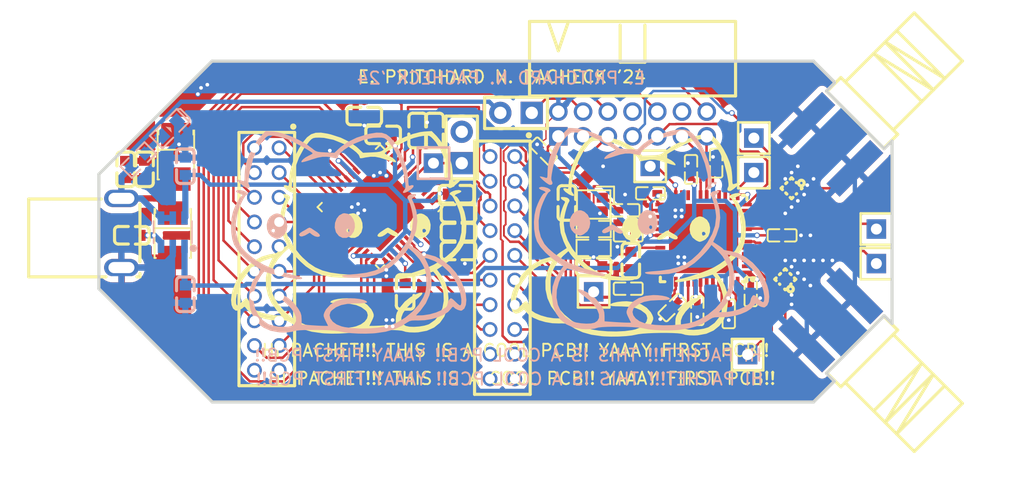
<source format=kicad_pcb>
(kicad_pcb (version 20221018) (generator pcbnew)
  (layers (0 "F.Cu" signal) (31 "B.Cu" signal) (34 "B.Paste" user) (35 "F.Paste" user) (36 "B.SilkS" user "B.Silkscreen") (37 "F.SilkS" user "F.Silkscreen") (38 "B.Mask" user) (39 "F.Mask" user) (44 "Edge.Cuts" user))
  (net 0 "")
  (net 1 "+5V")
  (net 2 "ADC_OUT0")
  (net 3 "ADC_OUT1")
  (net 4 "ADC_OUT2")
  (net 5 "ADC_OUT3")
  (net 6 "ADC_OUT4")
  (net 7 "ADC_OUT5")
  (net 8 "ADC_OUT6")
  (net 9 "ADC_OUT7")
  (net 10 "ANT_BALUN2_2")
  (net 11 "ANT_BALUN2_3")
  (net 12 "ANT_BALUN2_4")
  (net 13 "ANT_SMA1_5")
  (net 14 "BBC_CLK")
  (net 15 "BBC_CS")
  (net 16 "BBC_DIN")
  (net 17 "BBC_SCLK")
  (net 18 "C22_2")
  (net 19 "C23_2")
  (net 20 "CLK_BUFFR")
  (net 21 "DAC_IN0")
  (net 22 "DAC_IN1")
  (net 23 "DAC_IN2")
  (net 24 "DAC_IN3")
  (net 25 "DAC_IN4")
  (net 26 "DAC_IN5")
  (net 27 "DAC_IN6")
  (net 28 "DAC_IN7")
  (net 29 "DAC_IN8")
  (net 30 "DAC_IN9")
  (net 31 "DB1")
  (net 32 "DB2")
  (net 33 "DB3")
  (net 34 "DB4")
  (net 35 "DB5")
  (net 36 "DB6")
  (net 37 "DB7")
  (net 38 "ELPOUT")
  (net 39 "GND")
  (net 40 "LOCK_DETECT")
  (net 41 "RXTX_MODE")
  (net 42 "RX_BBIN")
  (net 43 "RX_BBIN_FEEDBACK")
  (net 44 "RX_BBIP")
  (net 45 "RX_BBIP_FEEDBACK")
  (net 46 "RX_BBQN")
  (net 47 "RX_BBQN_FEEDBACK")
  (net 48 "RX_BBQP")
  (net 49 "RX_BBQP_FEEDBACK")
  (net 50 "RX_HP_CTRL")
  (net 51 "TR_CS#")
  (net 52 "TR_DIN")
  (net 53 "TR_SCLK")
  (net 54 "TR_SHDN#")
  (net 55 "TX_BBIN")
  (net 56 "TX_BBIN_FEEDBACK")
  (net 57 "TX_BBIP")
  (net 58 "TX_BBIP_FEEDBACK")
  (net 59 "TX_BBQN")
  (net 60 "TX_BBQN_FEEDBACK")
  (net 61 "TX_BBQP")
  (net 62 "TX_BBQP_FEEDBACK")
  (net 63 "U1_1")
  (net 64 "U1_38")
  (net 65 "U1_46")
  (net 66 "U1_47")
  (net 67 "U1_48")
  (net 68 "U2_17")
  (net 69 "U2_18")
  (net 70 "U2_19")
  (net 71 "U2_20")
  (net 72 "U4_3")
  (net 73 "U5_16")
  (net 74 "U5_28")
  (net 75 "U5_29")
  (net 76 "U5_33")
  (net 77 "U5_4")
  (net 78 "U5_5")
  (net 79 "U7_1")
  (net 80 "VCC")
  (net 81 "VCCDAC")
  (net 82 "X3_1")
  (net 83 "LED1_1")
  (net 84 "INT_CLK")
  (net 85 "SYS_CTRL_8")
  (net 86 "SYS_CTRL_6")
  (net 87 "U3_19")
  (net 88 "U3_20")
  (footprint "easyeda:XFMR-SMD_4P-L1.1-W1.1-P0.50-BL" (layer "F.Cu") (at 55.118 32.258 45)
    (fp_text reference "ANT_BALUN1" hide)
    (fp_text value "50TO100ohm" hide)
  )
  (footprint "easyeda:HDR-M-2.54_1X1" (layer "F.Cu") (at 52.07 38.354)
    (fp_text reference "J2" hide)
    (fp_text value "HDR-M-2.54_1x1" hide)
  )
  (footprint "easyeda:C0603" (layer "F.Cu") (at 39.624 31.242 180)
    (fp_text reference "C23" hide)
    (fp_text value "68pF" hide)
  )
  (footprint "easyeda:R0603" (layer "F.Cu") (at 39.624 28.194)
    (fp_text reference "R1" hide)
    (fp_text value "1.2k" hide)
  )
  (footprint "easyeda:C0402" (layer "F.Cu") (at 52.324 33.274 90)
    (fp_text reference "C1" hide)
    (fp_text value "0.1u" hide)
  )
  (footprint "easyeda:C0603" (layer "F.Cu") (at 3.302 23.368 -90)
    (fp_text reference "C36" hide)
    (fp_text value "100nF" hide)
  )
  (footprint "easyeda:CAP-SMD_L3.5-W2.8-FD" (layer "F.Cu") (at 5.842 22.352 -90)
    (fp_text reference "C16" hide)
    (fp_text value "10uF" hide)
  )
  (footprint "easyeda:HDR-TH_2P-P2.54-V-M-1" (layer "F.Cu") (at 33.34606 18.787913 180)
    (fp_text reference "U7" hide)
    (fp_text value "JUMPER2" hide)
  )
  (footprint "easyeda:C0603" (layer "F.Cu") (at 28.702 29.972)
    (fp_text reference "C24" hide)
    (fp_text value ".1uF" hide)
  )
  (footprint "easyeda:C0402" (layer "F.Cu") (at 49.53 22.86 -90)
    (fp_text reference "C9" hide)
    (fp_text value "0.1u" hide)
  )
  (footprint "easyeda:RF-SMA-SMD_HX-SMA-P-9631" (layer "F.Cu") (at 58.801 21.336 135)
    (fp_text reference "ANT_SMA2" hide)
    (fp_text value "HX-SMA-P-9631" hide)
    (fp_line (start -3.3 2.8) (end 3.3 2.8) (stroke (width 0.254)) (layer "Edge.Cuts"))
    (fp_line (start -3.3 3.7) (end -3.3 2.8) (stroke (width 0.254)) (layer "Edge.Cuts"))
    (fp_line (start 3.3 2.8) (end 3.3 3.7) (stroke (width 0.254)) (layer "Edge.Cuts"))
  )
  (footprint "easyeda:C0402" (layer "F.Cu") (at 48.006 34.798 90)
    (fp_text reference "C10" hide)
    (fp_text value "0.1u" hide)
  )
  (footprint "easyeda:HDR-M-2.54_1X1" (layer "F.Cu") (at 44.196 23.114)
    (fp_text reference "J7" hide)
    (fp_text value "HDR-M-2.54_1x1" hide)
  )
  (footprint "easyeda:XFMR-SMD_4P-L1.1-W1.1-P0.50-BL" (layer "F.Cu") (at 55.626 24.892 135)
    (fp_text reference "ANT_BALUN2" hide)
    (fp_text value "50TO100ohm" hide)
  )
  (footprint "easyeda:C0603" (layer "F.Cu") (at 21.082 19.05)
    (fp_text reference "C26" hide)
    (fp_text value "2.2uF" hide)
  )
  (footprint "easyeda:CAP-SMD_L3.5-W2.8-FD" (layer "F.Cu") (at 5.588 28.702 -90)
    (fp_text reference "C15" hide)
    (fp_text value "10uF" hide)
  )
  (footprint "easyeda:C0603" (layer "F.Cu") (at 28.702 28.448)
    (fp_text reference "C20" hide)
    (fp_text value ".33uF" hide)
  )
  (footprint "easyeda:CONN-TH_A2005WR-N-2X7P-B" (layer "F.Cu") (at 42.768 19.688011)
    (fp_text reference "SYS_CTRL" hide)
    (fp_text value "A2005WR-N-2X7P-B" hide)
  )
  (footprint "AudioJacks:poopstep" (layer "F.Cu") (at 19.85 27.14)
    (fp_text reference "G***" hide)
    (fp_text value "LOGO" hide)
  )
  (footprint "easyeda:C0402" (layer "F.Cu") (at 50.546 35.052 90)
    (fp_text reference "C8" hide)
    (fp_text value "0.1u" hide)
  )
  (footprint "easyeda:C0603" (layer "F.Cu") (at 42.629547 30.734 90)
    (fp_text reference "C21" hide)
    (fp_text value "100pF" hide)
  )
  (footprint "easyeda:CONN-TH_2X10P-P2.00_KINGHELM_KH-2FH-2X10P-H4.3" (layer "F.Cu") (at 13.192 30.622 -90)
    (fp_text reference "U3" hide)
    (fp_text value "2×10CH2.0" hide)
  )
  (footprint "easyeda:HDR-M-2.54_1X1" (layer "F.Cu") (at 52.578 20.828)
    (fp_text reference "J6" hide)
    (fp_text value "HDR-M-2.54_1x1" hide)
  )
  (footprint "easyeda:RF-SMA-SMD_HX-SMA-P-9631" (layer "F.Cu") (at 58.801 35.56 45)
    (fp_text reference "ANT_SMA1" hide)
    (fp_text value "HX-SMA-P-9631" hide)
    (fp_line (start -3.3 2.8) (end 3.3 2.8) (stroke (width 0.254)) (layer "Edge.Cuts"))
    (fp_line (start -3.3 3.7) (end -3.3 2.8) (stroke (width 0.254)) (layer "Edge.Cuts"))
    (fp_line (start 3.3 2.8) (end 3.3 3.7) (stroke (width 0.254)) (layer "Edge.Cuts"))
  )
  (footprint "easyeda:QFN-48_L7.0-W7.0-P0.50-BL-EP5.1" (layer "F.Cu") (at 22.352 26.416 135)
    (fp_text reference "U1" hide)
    (fp_text value "MAX5864ETM+" hide)
  )
  (footprint "easyeda:C0603" (layer "F.Cu") (at 24.384 33.274 90)
    (fp_text reference "C27" hide)
    (fp_text value "2.2uF" hide)
  )
  (footprint "easyeda:C0603" (layer "F.Cu") (at 1.778 23.368 -90)
    (fp_text reference "C14" hide)
    (fp_text value "100nF" hide)
  )
  (footprint "easyeda:CRYSTAL-SMD_4P-L2.0-W1.6-BL" (layer "F.Cu") (at 39.624 26.204 180)
    (fp_text reference "X3" hide)
    (fp_text value "40MHz" hide)
  )
  (footprint "easyeda:HDR-M-2.54_1X1" (layer "F.Cu") (at 52.578 23.622)
    (fp_text reference "J3" hide)
    (fp_text value "HDR-M-2.54_1x1" hide)
  )
  (footprint "easyeda:HDR-M-2.54_1X1" (layer "F.Cu") (at 62.484 30.988)
    (fp_text reference "J1" hide)
    (fp_text value "HDR-M-2.54_1x1" hide)
  )
  (footprint "easyeda:C0603" (layer "F.Cu") (at 2.286 28.702)
    (fp_text reference "C35" hide)
    (fp_text value "10nF" hide)
  )
  (footprint "easyeda:C0402" (layer "F.Cu") (at 42.164 27.686)
    (fp_text reference "C4" hide)
    (fp_text value "33pF" hide)
  )
  (footprint "easyeda:C0603" (layer "F.Cu") (at 28.702 26.924)
    (fp_text reference "C19" hide)
    (fp_text value ".33uF" hide)
  )
  (footprint "easyeda:C0603" (layer "F.Cu") (at 26.748965 20.225577 -90)
    (fp_text reference "C39" hide)
    (fp_text value "2.2uF" hide)
  )
  (footprint "easyeda:C0402" (layer "F.Cu") (at 45.974 34.544 45)
    (fp_text reference "C12" hide)
    (fp_text value "0.1u" hide)
  )
  (footprint "easyeda:C0603" (layer "F.Cu") (at 37.455374 26.09028 -90)
    (fp_text reference "C22" hide)
    (fp_text value "2200pF" hide)
  )
  (footprint "easyeda:HDR-TH_2P-P2.54-V-M-1" (layer "F.Cu") (at 28.956 21.59 90)
    (fp_text reference "U6" hide)
    (fp_text value "JUMPER2" hide)
  )
  (footprint "easyeda:C0402" (layer "F.Cu") (at 42.418 28.702 180)
    (fp_text reference "C5" hide)
    (fp_text value "18pF" hide)
  )
  (footprint "easyeda:HDR-M-2.54_1X1" (layer "F.Cu") (at 62.484 28.194)
    (fp_text reference "J5" hide)
    (fp_text value "HDR-M-2.54_1x1" hide)
  )
  (footprint "easyeda:C0603" (layer "F.Cu") (at 22.606 20.574)
    (fp_text reference "C29" hide)
    (fp_text value "2.2uF" hide)
  )
  (footprint "easyeda:C0603" (layer "F.Cu") (at 25.386439 20.221534 -90)
    (fp_text reference "C41" hide)
    (fp_text value "2.2uF" hide)
  )
  (footprint "easyeda:R0603" (layer "F.Cu") (at 39.624 29.718)
    (fp_text reference "R2" hide)
    (fp_text value "750pF" hide)
  )
  (footprint "AudioJacks:poopstep" (layer "F.Cu") (at 42.452832 27.381061)
    (fp_text reference "G***" hide)
    (fp_text value "LOGO" hide)
  )
  (footprint "easyeda:HDR-M-2.54_1X1" (layer "F.Cu") (at 26.67 22.86)
    (fp_text reference "CLK1" hide)
    (fp_text value "HDR-M-2.54_1x1" hide)
  )
  (footprint "easyeda:TQFN-48_L7.0-W7.0-P0.50-TL-EP5.6" (layer "F.Cu") (at 48.514 28.955 180)
    (fp_text reference "U5" hide)
    (fp_text value "-" hide)
  )
  (footprint "easyeda:HDR-M-2.54_1X1" (layer "F.Cu") (at 39.624 33.274)
    (fp_text reference "J4" hide)
    (fp_text value "HDR-M-2.54_1x1" hide)
  )
  (footprint "easyeda:C0402" (layer "F.Cu") (at 44.221723 25.301875 180)
    (fp_text reference "C6" hide)
    (fp_text value "10uF" hide)
  )
  (footprint "easyeda:C0402" (layer "F.Cu") (at 42.164 26.67 180)
    (fp_text reference "C3" hide)
    (fp_text value "1000pF" hide)
  )
  (footprint "easyeda:CONN-TH_2X10P-P2.00_KINGHELM_KH-2FH-2X10P-H4.3" (layer "F.Cu") (at 32.242 31.322 -90)
    (fp_text reference "U2" hide)
    (fp_text value "2×10CH2.0" hide)
  )
  (footprint "easyeda:C0402" (layer "F.Cu") (at 47.498 23.368 90)
    (fp_text reference "C7" hide)
    (fp_text value "100pF" hide)
  )
  (footprint "easyeda:C0402" (layer "F.Cu") (at 35.539784 21.895844 -45)
    (fp_text reference "C11" hide)
    (fp_text value "0.1u" hide)
  )
  (footprint "easyeda:C0603" (layer "F.Cu") (at 28.530592 25.367821 180)
    (fp_text reference "C37" hide)
    (fp_text value "2.2uF" hide)
  )
  (footprint "easyeda:LED0603_RED" (layer "B.Cu") (at 5.334 20.066 45)
    (fp_text reference "LED1" hide)
    (fp_text value "LED-0603_R" hide)
  )
  (footprint "easyeda:C0603" (layer "B.Cu") (at 6.604 33.466 90)
    (fp_text reference "C33" hide)
    (fp_text value "100nF" hide)
  )
  (footprint "easyeda:R0603" (layer "B.Cu") (at 2.794 22.606 45)
    (fp_text reference "R3" hide)
    (fp_text value "1k" hide)
  )
  (footprint "easyeda:SOT-23-6_L2.9-W1.6-P0.95-LS2.8-BL" (layer "B.Cu") (at 5.588 28.448 180)
    (fp_text reference "U4" hide)
    (fp_text value "MAX8882EUTJJ" hide)
  )
  (footprint "easyeda:DC-IN-TH_DC-047B-13A" (layer "B.Cu") (at 1.438 28.511 180)
    (fp_text reference "DC1" hide)
    (fp_text value "DC-047B-13A" hide)
  )
  (footprint "easyeda:C0402" (layer "B.Cu") (at 54.864 28.702)
    (fp_text reference "C13" hide)
    (fp_text value "0.1u" hide)
  )
  (footprint "AudioJacks:poopstep" (layer "B.Cu") (at 19.780336 27.14 180)
    (fp_text reference "G***" hide)
    (fp_text value "LOGO" hide)
  )
  (footprint "AudioJacks:poopstep" (layer "B.Cu") (at 44.275169 26.879061 180)
    (fp_text reference "G***" hide)
    (fp_text value "LOGO" hide)
  )
  (footprint "easyeda:C0402" (layer "B.Cu") (at 42.418 33.02)
    (fp_text reference "C2" hide)
    (fp_text value "0.1u" hide)
  )
  (footprint "easyeda:C0603" (layer "B.Cu") (at 6.604 23.114 -90)
    (fp_text reference "C31" hide)
    (fp_text value "2.2uF" hide)
  )
  (gr_line (start 57.41 42.188553) (end 8.783111 42.188553) (stroke (width 0.254)) (layer "Edge.Cuts"))
  (gr_line (start 63.751 35.842) (end 63.751 21.054) (stroke (width 0.254)) (layer "Edge.Cuts"))
  (gr_line (start 8.763 14.605) (end -0.385442 23.753442) (stroke (width 0.254)) (layer "Edge.Cuts"))
  (gr_line (start 59.083 16.284) (end 57.404 14.605) (stroke (width 0.254)) (layer "Edge.Cuts"))
  (gr_line (start 57.41 14.605) (end 8.763 14.605) (stroke (width 0.254)) (layer "Edge.Cuts"))
  (gr_line (start -0.385442 33.02) (end 8.783111 42.188553) (stroke (width 0.254)) (layer "Edge.Cuts"))
  (gr_line (start 57.406833 42.187167) (end 59.084 40.51) (stroke (width 0.254)) (layer "Edge.Cuts"))
  (gr_line (start 59.083 16.386) (end 59.083 16.284) (stroke (width 0.254)) (layer "Edge.Cuts"))
  (gr_line (start -0.385442 23.753442) (end -0.385442 33.02) (stroke (width 0.254)) (layer "Edge.Cuts"))
  (gr_text "HI PACHET!!! THIS IS A COOL PCB!! YAAAY FIRST PCB!!" (at 53.44 40.92) (layer "B.SilkS") (effects (font (size 1 1)) (justify left bottom mirror)))
  (gr_text "HI PACHET!!! THIS IS A COOL PCB!! YAAAY FIRST PCB!!" (at 53.34 38.989) (layer "B.SilkS") (effects (font (size 1 1)) (justify left bottom mirror)))
  (gr_text "E. PRITCHARD N. PACHECK '24" (at 43.86 16.56) (layer "B.SilkS") (effects (font (size 1 1)) (justify left bottom mirror)))
  (gr_text "E. PRITCHARD N. PACHECK '24" (at 20.47 16.46) (layer "F.SilkS") (effects (font (size 1 1)) (justify left bottom)))
  (gr_text "HI PACHET!!! THIS IS A COOL PCB!! YAAAY FIRST PCB!!" (at 13.192 40.872) (layer "F.SilkS") (effects (font (size 1 1)) (justify left bottom)))
  (gr_text "HI PACHET!!! THIS IS A COOL PCB!! YAAAY FIRST PCB!!" (at 12.69 38.61) (layer "F.SilkS") (effects (font (size 1 1)) (justify left bottom)))
  (segment (start 1.438 25.711) (end 1.438 24.408) (width 0.5) (layer "F.Cu") (net 1))
  (segment (start 1.778 24.068) (end 3.302 24.068) (width 0.5) (layer "F.Cu") (net 1))
  (segment (start 4.064 25.711) (end 4.282 25.711) (width 0.5) (layer "F.Cu") (net 1))
  (segment (start 4.064 25.711) (end 4.396 25.711) (width 0.5) (layer "F.Cu") (net 1))
  (segment (start 1.438 25.711) (end 4.064 25.711) (width 0.5) (layer "F.Cu") (net 1))
  (segment (start 4.282 25.711) (end 5.842 24.151) (width 0.5) (layer "F.Cu") (net 1))
  (segment (start 3.302 24.068) (end 5.759 24.068) (width 0.5) (layer "F.Cu") (net 1))
  (segment (start 1.438 24.408) (end 1.778 24.068) (width 0.5) (layer "F.Cu") (net 1))
  (segment (start 5.759 24.068) (end 5.842 24.151) (width 0.5) (layer "F.Cu") (net 1))
  (segment (start 4.396 25.711) (end 5.588 26.903) (width 0.5) (layer "F.Cu") (net 1))
  (segment (start 4.638 27.299) (end 5.588 27.299) (width 0.5) (layer "B.Cu") (net 1))
  (segment (start 31.17606 17.887913) (end 6.274651 17.887913) (width 0.35) (layer "B.Cu") (net 1))
  (segment (start 3.05 25.711) (end 4.638 27.299) (width 0.5) (layer "B.Cu") (net 1))
  (segment (start 1.438 25.711) (end 3.05 25.711) (width 0.5) (layer "B.Cu") (net 1))
  (segment (start 6.274651 17.887913) (end 2.261549 21.901015) (width 0.35) (layer "B.Cu") (net 1))
  (segment (start 2.261549 21.901015) (end 2.261549 23.138451) (width 0.35) (layer "B.Cu") (net 1))
  (segment (start 1.438 23.962) (end 2.261549 23.138451) (width 0.5) (layer "B.Cu") (net 1))
  (segment (start 32.07606 18.787913) (end 31.17606 17.887913) (width 0.35) (layer "B.Cu") (net 1))
  (segment (start 1.438 25.711) (end 1.438 23.962) (width 0.5) (layer "B.Cu") (net 1))
  (segment (start 8.892 32.322) (end 12.192 35.622) (width 0.2) (layer "F.Cu") (net 2))
  (segment (start 10.999573 17.922002) (end 8.892 20.029575) (width 0.2) (layer "F.Cu") (net 2))
  (segment (start 8.892 20.029575) (end 8.892 32.322) (width 0.2) (layer "F.Cu") (net 2))
  (segment (start 17.74709 17.922002) (end 10.999573 17.922002) (width 0.2) (layer "F.Cu") (net 2))
  (segment (start 21.872582 22.047494) (end 17.74709 17.922002) (width 0.2) (layer "F.Cu") (net 2))
  (segment (start 21.519028 22.401048) (end 17.43998 18.322) (width 0.2) (layer "F.Cu") (net 3))
  (segment (start 9.292 30.722) (end 12.192 33.622) (width 0.2) (layer "F.Cu") (net 3))
  (segment (start 9.292 20.19526) (end 9.292 30.722) (width 0.2) (layer "F.Cu") (net 3))
  (segment (start 17.43998 18.322) (end 11.165256 18.322001) (width 0.2) (layer "F.Cu") (net 3))
  (segment (start 11.165256 18.322001) (end 9.292 20.19526) (width 0.2) (layer "F.Cu") (net 3))
  (segment (start 17.132874 18.722) (end 11.330942 18.722) (width 0.2) (layer "F.Cu") (net 4))
  (segment (start 21.165475 22.754601) (end 17.132874 18.722) (width 0.2) (layer "F.Cu") (net 4))
  (segment (start 9.692 20.360945) (end 9.692 29.122) (width 0.2) (layer "F.Cu") (net 4))
  (segment (start 9.692 29.122) (end 12.192 31.622) (width 0.2) (layer "F.Cu") (net 4))
  (segment (start 11.330942 18.722) (end 9.692 20.360945) (width 0.2) (layer "F.Cu") (net 4))
  (segment (start 20.811921 23.108154) (end 16.825767 19.122) (width 0.2) (layer "F.Cu") (net 5))
  (segment (start 10.092 27.522) (end 12.192 29.622) (width 0.2) (layer "F.Cu") (net 5))
  (segment (start 16.825767 19.122) (end 11.496628 19.122) (width 0.2) (layer "F.Cu") (net 5))
  (segment (start 11.496628 19.122) (end 10.092 20.52663) (width 0.2) (layer "F.Cu") (net 5))
  (segment (start 10.092 20.52663) (end 10.092 27.522) (width 0.2) (layer "F.Cu") (net 5))
  (segment (start 10.492 25.922) (end 12.192 27.622) (width 0.2) (layer "F.Cu") (net 6))
  (segment (start 19.751261 24.168815) (end 15.104446 19.522) (width 0.2) (layer "F.Cu") (net 6))
  (segment (start 11.662314 19.522) (end 10.492 20.692315) (width 0.2) (layer "F.Cu") (net 6))
  (segment (start 15.104446 19.522) (end 11.662314 19.522) (width 0.2) (layer "F.Cu") (net 6))
  (segment (start 10.492 20.692315) (end 10.492 25.922) (width 0.2) (layer "F.Cu") (net 6))
  (segment (start 11.828 19.922) (end 10.892 20.858) (width 0.2) (layer "F.Cu") (net 7))
  (segment (start 14.896163 19.922) (end 11.828 19.922) (width 0.2) (layer "F.Cu") (net 7))
  (segment (start 17.950801 22.976638) (end 14.896163 19.922) (width 0.2) (layer "F.Cu") (net 7))
  (segment (start 17.950801 23.075461) (end 17.950801 22.976638) (width 0.2) (layer "F.Cu") (net 7))
  (segment (start 10.892 20.858) (end 10.892 24.322) (width 0.2) (layer "F.Cu") (net 7))
  (segment (start 10.892 24.322) (end 12.192 25.622) (width 0.2) (layer "F.Cu") (net 7))
  (segment (start 17.950801 23.075461) (end 19.397708 24.522368) (width 0.2) (layer "F.Cu") (net 7))
  (segment (start 14.730478 20.322) (end 12.219207 20.322) (width 0.2) (layer "F.Cu") (net 8))
  (segment (start 12.219207 20.322) (end 11.292 21.249207) (width 0.2) (layer "F.Cu") (net 8))
  (segment (start 19.044154 24.875921) (end 19.033921 24.875921) (width 0.2) (layer "F.Cu") (net 8))
  (segment (start 11.292 21.249207) (end 11.292 22.722) (width 0.2) (layer "F.Cu") (net 8))
  (segment (start 17.426301 23.017822) (end 14.730478 20.322) (width 0.2) (layer "F.Cu") (net 8))
  (segment (start 11.292 22.722) (end 12.192 23.622) (width 0.2) (layer "F.Cu") (net 8))
  (segment (start 17.426301 23.268301) (end 17.426301 23.017822) (width 0.2) (layer "F.Cu") (net 8))
  (segment (start 19.033921 24.875921) (end 17.426301 23.268301) (width 0.2) (layer "F.Cu") (net 8))
  (segment (start 16.901301 23.440175) (end 16.901301 23.058508) (width 0.2) (layer "F.Cu") (net 9))
  (segment (start 16.901301 23.058508) (end 14.564793 20.722) (width 0.2) (layer "F.Cu") (net 9))
  (segment (start 14.564793 20.722) (end 13.092 20.722) (width 0.2) (layer "F.Cu") (net 9))
  (segment (start 16.901301 23.440175) (end 18.690601 25.229475) (width 0.2) (layer "F.Cu") (net 9))
  (segment (start 13.092 20.722) (end 12.192 21.622) (width 0.2) (layer "F.Cu") (net 9))
  (segment (start 55.626 24.538447) (end 58.801 21.363447) (width 0.2) (layer "F.Cu") (net 10))
  (segment (start 58.801 21.363447) (end 58.801 21.336) (width 0.2) (layer "F.Cu") (net 10))
  (segment (start 53.486447 26.678) (end 53.544223 26.620223) (width 0.2) (layer "F.Cu") (net 11))
  (segment (start 52.014 27.205) (end 52.959446 27.205) (width 0.2) (layer "F.Cu") (net 11))
  (segment (start 52.959446 27.205) (end 53.544223 26.620223) (width 0.2) (layer "F.Cu") (net 11))
  (segment (start 53.544223 26.620223) (end 55.272447 24.892) (width 0.2) (layer "F.Cu") (net 11))
  (segment (start 53.693553 27.178) (end 54.024776 26.846776) (width 0.2) (layer "F.Cu") (net 12))
  (segment (start 53.166552 27.705) (end 54.024776 26.846776) (width 0.2) (layer "F.Cu") (net 12))
  (segment (start 52.014 27.705) (end 53.166552 27.705) (width 0.2) (layer "F.Cu") (net 12))
  (segment (start 54.024776 26.846776) (end 55.626 25.245553) (width 0.2) (layer "F.Cu") (net 12))
  (segment (start 55.471553 32.258) (end 58.773553 35.56) (width 0.2) (layer "F.Cu") (net 13))
  (segment (start 58.773553 35.56) (end 58.801 35.56) (width 0.2) (layer "F.Cu") (net 13))
  (segment (start 26.261554 22.86) (end 28.956 22.86) (width 0.2) (layer "F.Cu") (net 14))
  (segment (start 24.952032 24.169522) (end 26.261554 22.86) (width 0.2) (layer "F.Cu") (net 14))
  (segment (start 7.692 37.526164) (end 7.692 19.532517) (width 0.2) (layer "F.Cu") (net 15))
  (segment (start 21.873289 30.783799) (end 21.873289 34.344876) (width 0.2) (layer "F.Cu") (net 15))
  (segment (start 46.518 16.438011) (end 48.768 18.688011) (width 0.2) (layer "F.Cu") (net 15))
  (segment (start 11.487835 41.322) (end 7.692 37.526164) (width 0.2) (layer "F.Cu") (net 15))
  (segment (start 7.692 19.532517) (end 10.786509 16.438011) (width 0.2) (layer "F.Cu") (net 15))
  (segment (start 14.896164 41.322) (end 11.487835 41.322) (width 0.2) (layer "F.Cu") (net 15))
  (segment (start 21.873289 34.344876) (end 14.896164 41.322) (width 0.2) (layer "F.Cu") (net 15))
  (segment (start 10.786509 16.438011) (end 46.518 16.438011) (width 0.2) (layer "F.Cu") (net 15))
  (segment (start 20.826807 30.416067) (end 20.826807 31.22224) (width 0.2) (layer "F.Cu") (net 16))
  (segment (start 20.828 31.223433) (end 20.828 34.258793) (width 0.2) (layer "F.Cu") (net 16))
  (segment (start 8.492 37.194793) (end 8.492 19.863889) (width 0.2) (layer "F.Cu") (net 16))
  (segment (start 11.117879 17.238011) (end 39.318 17.238011) (width 0.2) (layer "F.Cu") (net 16))
  (segment (start 8.492 19.863889) (end 11.117879 17.238011) (width 0.2) (layer "F.Cu") (net 16))
  (segment (start 20.828 34.258793) (end 14.564793 40.522) (width 0.2) (layer "F.Cu") (net 16))
  (segment (start 20.826807 31.22224) (end 20.828 31.223433) (width 0.2) (layer "F.Cu") (net 16))
  (segment (start 21.166182 30.076692) (end 20.826807 30.416067) (width 0.2) (layer "F.Cu") (net 16))
  (segment (start 14.564793 40.522) (end 11.819207 40.522) (width 0.2) (layer "F.Cu") (net 16))
  (segment (start 11.819207 40.522) (end 8.492 37.194793) (width 0.2) (layer "F.Cu") (net 16))
  (segment (start 39.318 17.238011) (end 40.768 18.688011) (width 0.2) (layer "F.Cu") (net 16))
  (segment (start 10.952194 16.838011) (end 8.092 19.698203) (width 0.2) (layer "F.Cu") (net 17))
  (segment (start 11.653521 40.922) (end 14.730479 40.922) (width 0.2) (layer "F.Cu") (net 17))
  (segment (start 21.336 31.165748) (end 21.226807 31.056555) (width 0.2) (layer "F.Cu") (net 17))
  (segment (start 42.918 16.838011) (end 10.952194 16.838011) (width 0.2) (layer "F.Cu") (net 17))
  (segment (start 21.336 34.316479) (end 21.336 31.165748) (width 0.2) (layer "F.Cu") (net 17))
  (segment (start 8.092 37.360479) (end 11.653521 40.922) (width 0.2) (layer "F.Cu") (net 17))
  (segment (start 44.768 18.688011) (end 42.918 16.838011) (width 0.2) (layer "F.Cu") (net 17))
  (segment (start 21.226807 31.056555) (end 21.226807 30.723173) (width 0.2) (layer "F.Cu") (net 17))
  (segment (start 14.730479 40.922) (end 21.336 34.316479) (width 0.2) (layer "F.Cu") (net 17))
  (segment (start 8.092 19.698203) (end 8.092 37.360479) (width 0.2) (layer "F.Cu") (net 17))
  (segment (start 21.226807 30.723173) (end 21.519735 30.430245) (width 0.2) (layer "F.Cu") (net 17))
  (segment (start 38.871 28.194) (end 38.859094 28.194) (width 0.2) (layer "F.Cu") (net 18))
  (segment (start 38.859094 28.194) (end 37.455374 26.79028) (width 0.2) (layer "F.Cu") (net 18))
  (segment (start 38.871 31.189) (end 38.924 31.242) (width 0.15) (layer "F.Cu") (net 19))
  (segment (start 39.633 28.956) (end 39.633 28.378) (width 0.15) (layer "F.Cu") (net 19))
  (segment (start 38.871 29.718) (end 39.633 28.956) (width 0.15) (layer "F.Cu") (net 19))
  (segment (start 45.461723 24.731875) (end 39.624 24.731875) (width 0.2) (layer "F.Cu") (net 19))
  (segment (start 45.763 25.455) (end 45.763 25.033152) (width 0.2) (layer "F.Cu") (net 19))
  (segment (start 39.624 28.369) (end 39.624 24.731875) (width 0.15) (layer "F.Cu") (net 19))
  (segment (start 45.763 25.033152) (end 45.461723 24.731875) (width 0.2) (layer "F.Cu") (net 19))
  (segment (start 39.633 28.378) (end 39.624 28.369) (width 0.1) (layer "F.Cu") (net 19))
  (segment (start 38.871 29.718) (end 38.871 31.189) (width 0.15) (layer "F.Cu") (net 19))
  (segment (start 14.37602 21.622) (end 14.192 21.622) (width 0.2) (layer "F.Cu") (net 21))
  (segment (start 18.337048 25.583028) (end 14.37602 21.622) (width 0.2) (layer "F.Cu") (net 21))
  (segment (start 16.506582 25.936582) (end 14.192 23.622) (width 0.2) (layer "F.Cu") (net 22))
  (segment (start 17.983494 25.936582) (end 16.506582 25.936582) (width 0.2) (layer "F.Cu") (net 22))
  (segment (start 17.984201 26.894711) (end 15.464711 26.894711) (width 0.2) (layer "F.Cu") (net 23))
  (segment (start 15.464711 26.894711) (end 14.192 25.622) (width 0.2) (layer "F.Cu") (net 23))
  (segment (start 17.96402 27.622) (end 14.192 27.622) (width 0.2) (layer "F.Cu") (net 24))
  (segment (start 18.337755 27.248265) (end 17.96402 27.622) (width 0.2) (layer "F.Cu") (net 24))
  (segment (start 16.671126 29.622) (end 14.192 29.622) (width 0.2) (layer "F.Cu") (net 25))
  (segment (start 18.691308 27.601818) (end 16.671126 29.622) (width 0.2) (layer "F.Cu") (net 25))
  (segment (start 19.044862 27.955371) (end 15.378233 31.622) (width 0.2) (layer "F.Cu") (net 26))
  (segment (start 15.378233 31.622) (end 14.192 31.622) (width 0.2) (layer "F.Cu") (net 26))
  (segment (start 14.192 33.51534) (end 14.192 33.622) (width 0.2) (layer "F.Cu") (net 27))
  (segment (start 19.398415 28.308925) (end 14.192 33.51534) (width 0.2) (layer "F.Cu") (net 27))
  (segment (start 17.018 32.796) (end 14.192 35.622) (width 0.2) (layer "F.Cu") (net 28))
  (segment (start 19.751968 28.662478) (end 17.018 31.396446) (width 0.2) (layer "F.Cu") (net 28))
  (segment (start 17.018 31.396446) (end 17.018 32.796) (width 0.2) (layer "F.Cu") (net 28))
  (segment (start 20.105522 29.016032) (end 17.418 31.703554) (width 0.2) (layer "F.Cu") (net 29))
  (segment (start 17.418 31.703554) (end 17.418 34.396) (width 0.2) (layer "F.Cu") (net 29))
  (segment (start 17.418 34.396) (end 14.192 37.622) (width 0.2) (layer "F.Cu") (net 29))
  (segment (start 13.178 38.608) (end 12.192 37.622) (width 0.2) (layer "F.Cu") (net 30))
  (segment (start 20.459075 29.369585) (end 17.818 32.01066) (width 0.2) (layer "F.Cu") (net 30))
  (segment (start 17.818 35.268793) (end 14.478793 38.608) (width 0.2) (layer "F.Cu") (net 30))
  (segment (start 14.478793 38.608) (end 13.178 38.608) (width 0.2) (layer "F.Cu") (net 30))
  (segment (start 17.818 32.01066) (end 17.818 35.268793) (width 0.2) (layer "F.Cu") (net 30))
  (segment (start 44.704 23.114) (end 44.196 23.114) (width 0.2) (layer "F.Cu") (net 31))
  (segment (start 46.228 24.638) (end 44.704 23.114) (width 0.2) (layer "F.Cu") (net 31))
  (segment (start 46.263 25.455) (end 46.263 24.673) (width 0.2) (layer "F.Cu") (net 31))
  (segment (start 46.263 24.673) (end 46.228 24.638) (width 0.2) (layer "F.Cu") (net 31))
  (via (at 46.228 24.638) (size 0.45) (drill 0.3) (layers "F.Cu" "B.Cu") (net 31))
  (segment (start 54.356 22.606) (end 52.832 21.082) (width 0.2) (layer "F.Cu") (net 32))
  (segment (start 54.356 25.015) (end 54.356 22.606) (width 0.2) (layer "F.Cu") (net 32))
  (segment (start 52.014 26.706) (end 52.665 26.706) (width 0.2) (layer "F.Cu") (net 32))
  (segment (start 52.665 26.706) (end 54.356 25.015) (width 0.2) (layer "F.Cu") (net 32))
  (segment (start 53.672619 27.764619) (end 62.054619 27.764619) (width 0.2) (layer "F.Cu") (net 33))
  (segment (start 52.014 28.206) (end 52.065 28.155) (width 0.2) (layer "F.Cu") (net 33))
  (segment (start 53.282238 28.155) (end 53.672619 27.764619) (width 0.2) (layer "F.Cu") (net 33))
  (segment (start 52.065 28.155) (end 53.282238 28.155) (width 0.2) (layer "F.Cu") (net 33))
  (segment (start 62.054619 27.764619) (end 62.484 28.194) (width 0.2) (layer "F.Cu") (net 33))
  (segment (start 43.884 33.414) (end 43.585 33.713) (width 0.25) (layer "F.Cu") (net 34))
  (segment (start 44.225 30.705) (end 43.884 31.046) (width 0.25) (layer "F.Cu") (net 34))
  (segment (start 40.063 33.713) (end 39.624 33.274) (width 0.25) (layer "F.Cu") (net 34))
  (segment (start 43.585 33.713) (end 40.063 33.713) (width 0.25) (layer "F.Cu") (net 34))
  (segment (start 45.014 30.705) (end 44.225 30.705) (width 0.25) (layer "F.Cu") (net 34))
  (segment (start 43.884 31.046) (end 43.884 33.414) (width 0.25) (layer "F.Cu") (net 34))
  (segment (start 50.765 24.805) (end 50.815 24.755) (width 0.2) (layer "F.Cu") (net 35))
  (segment (start 51.465 24.755) (end 52.598 23.622) (width 0.2) (layer "F.Cu") (net 35))
  (segment (start 52.598 23.622) (end 52.578 23.622) (width 0.2) (layer "F.Cu") (net 35))
  (segment (start 50.815 24.755) (end 51.465 24.755) (width 0.2) (layer "F.Cu") (net 35))
  (segment (start 50.765 25.455) (end 50.765 24.805) (width 0.2) (layer "F.Cu") (net 35))
  (segment (start 52.787181 30.705) (end 54.023381 31.9412) (width 0.2) (layer "F.Cu") (net 36))
  (segment (start 52.014 30.705) (end 52.787181 30.705) (width 0.2) (layer "F.Cu") (net 36))
  (segment (start 54.023381 31.9412) (end 54.023381 36.400619) (width 0.2) (layer "F.Cu") (net 36))
  (segment (start 54.023381 36.400619) (end 52.07 38.354) (width 0.2) (layer "F.Cu") (net 36))
  (segment (start 52.614 29.206) (end 52.714 29.306) (width 0.2) (layer "F.Cu") (net 37))
  (segment (start 52.714 29.306) (end 53.085239 29.306) (width 0.2) (layer "F.Cu") (net 37))
  (segment (start 52.014 29.206) (end 52.614 29.206) (width 0.2) (layer "F.Cu") (net 37))
  (segment (start 53.751239 29.972) (end 61.468 29.972) (width 0.2) (layer "F.Cu") (net 37))
  (segment (start 61.468 29.972) (end 62.484 30.988) (width 0.2) (layer "F.Cu") (net 37))
  (segment (start 53.085239 29.306) (end 53.751239 29.972) (width 0.2) (layer "F.Cu") (net 37))
  (segment (start 42.366917 30.226) (end 40.885 30.226) (width 0.2) (layer "F.Cu") (net 38))
  (segment (start 40.885 30.226) (end 40.377 29.718) (width 0.2) (layer "F.Cu") (net 38))
  (segment (start 45.014 29.706) (end 42.886917 29.706) (width 0.2) (layer "F.Cu") (net 38))
  (segment (start 42.629547 29.96337) (end 42.366917 30.226) (width 0.2) (layer "F.Cu") (net 38))
  (segment (start 42.886917 29.706) (end 42.629547 29.96337) (width 0.2) (layer "F.Cu") (net 38))
  (segment (start 40.377 29.718) (end 40.377 28.194) (width 0.2) (layer "F.Cu") (net 38))
  (segment (start 25.798287 30.116287) (end 25.557313 30.116287) (width 0.2) (layer "F.Cu") (net 39))
  (segment (start 55.118 32.611553) (end 55.118 35.766088) (width 0.2) (layer "F.Cu") (net 39))
  (segment (start 35.768 20.896882) (end 35.052 21.336) (width 0.1) (layer "F.Cu") (net 39))
  (segment (start 6.096 21.336) (end 6.096 20.807) (width 0.5) (layer "F.Cu") (net 39))
  (segment (start 43.676723 25.301875) (end 44.282848 25.908) (width 0.2) (layer "F.Cu") (net 39))
  (segment (start 22.86 35.56) (end 22.86 32.004) (width 0.35) (layer "F.Cu") (net 39))
  (segment (start 29.21 30.988) (end 29.21 30.164) (width 0.2) (layer "F.Cu") (net 39))
  (segment (start 50.776 32.466) (end 50.776 33.192314) (width 0.2) (layer "F.Cu") (net 39))
  (segment (start 40.324 31.167734) (end 39.616538 30.460272) (width 0.2) (layer "F.Cu") (net 39))
  (segment (start 41.873 32.791) (end 40.324 31.242) (width 0.2) (layer "F.Cu") (net 39))
  (segment (start 25.390482 19.525577) (end 25.386439 19.521534) (width 0.2) (layer "F.Cu") (net 39))
  (segment (start 50.765 32.455) (end 50.776 32.466) (width 0.2) (layer "F.Cu") (net 39))
  (segment (start 45.009928 35.481833) (end 45.009928 35.508072) (width 0.2) (layer "F.Cu") (net 39))
  (segment (start 26.748965 19.525577) (end 25.390482 19.525577) (width 0.2) (layer "F.Cu") (net 39))
  (segment (start 52.014 31.205) (end 52.614 31.205) (width 0.2) (layer "F.Cu") (net 39))
  (segment (start 24.699986 24.766004) (end 25.062656 24.766004) (width 0.1) (layer "F.Cu") (net 39))
  (segment (start 25.729423 21.625577) (end 27.498965 21.625577) (width 0.2) (layer "F.Cu") (net 39))
  (segment (start 43.488 29.227) (end 44.993 29.227) (width 0.2) (layer "F.Cu") (net 39))
  (segment (start 53.086 33.782) (end 52.361 33.782) (width 0.2) (layer "F.Cu") (net 39))
  (segment (start 44.993 29.227) (end 45.014 29.206) (width 0.2) (layer "F.Cu") (net 39))
  (segment (start 24.384 34.544) (end 23.368 35.56) (width 0.35) (layer "F.Cu") (net 39))
  (segment (start 55.118 35.766088) (end 56.856456 37.504544) (width 0.2) (layer "F.Cu") (net 39))
  (segment (start 55.979553 24.892) (end 56.642 24.892) (width 0.2) (layer "F.Cu") (net 39))
  (segment (start 20.458368 23.391703) (end 18.910665 21.844) (width 0.2) (layer "F.Cu") (net 39))
  (segment (start 25.5825 22.831946) (end 25.5825 21.7725) (width 0.2) (layer "F.Cu") (net 39))
  (segment (start 45.009928 35.508072) (end 45.085 35.433) (width 0.2) (layer "F.Cu") (net 39))
  (segment (start 5.842 19.05) (end 5.842 20.553) (width 0.35) (layer "F.Cu") (net 39))
  (segment (start 44.314 25.908) (end 44.314 26.657) (width 0.2) (layer "F.Cu") (net 39))
  (segment (start 25.908 30.226) (end 25.798287 30.116287) (width 0.2) (layer "F.Cu") (net 39))
  (segment (start 57.15 24.892) (end 59.134088 24.892) (width 0.2) (layer "F.Cu") (net 39))
  (segment (start 55.409 28.702) (end 57.15 28.702) (width 0.35) (layer "F.Cu") (net 39))
  (segment (start 41.54486 29.466316) (end 41.54486 29.62703) (width 0.2) (layer "F.Cu") (net 39))
  (segment (start 8.382 16.51) (end 5.842 19.05) (width 0.35) (layer "F.Cu") (net 39))
  (segment (start 42.963 28.702) (end 43.488 29.227) (width 0.2) (layer "F.Cu") (net 39))
  (segment (start 22.830711 21.498711) (end 20.382 19.05) (width 0.2) (layer "F.Cu") (net 39))
  (segment (start 18.910665 21.844) (end 18.288 21.844) (width 0.2) (layer "F.Cu") (net 39))
  (segment (start 42.331 29.334) (end 41.677176 29.334) (width 0.2) (layer "F.Cu") (net 39))
  (segment (start 41.677176 29.334) (end 41.54486 29.466316) (width 0.2) (layer "F.Cu") (net 39))
  (segment (start 50.776 33.192314) (end 51.116 33.532314) (width 0.2) (layer "F.Cu") (net 39))
  (segment (start 1.438 31.311) (end 1.438 28.85) (width 0.5) (layer "F.Cu") (net 39))
  (segment (start 42.164 25.4) (end 43.578598 25.4) (width 0.35) (layer "F.Cu") (net 39))
  (segment (start 24.35555 24.058896) (end 24.35555 24.421568) (width 0.1) (layer "F.Cu") (net 39))
  (segment (start 43.578598 25.4) (end 43.676723 25.301875) (width 0.35) (layer "F.Cu") (net 39))
  (segment (start 35.768 19.688011) (end 35.768 20.896882) (width 0.1) (layer "F.Cu") (net 39))
  (segment (start 44.282848 25.908) (end 44.314 25.908) (width 0.2) (layer "F.Cu") (net 39))
  (segment (start 38.924 26.754) (end 38.924 24.576) (width 0.35) (layer "F.Cu") (net 39))
  (segment (start 51.116 33.532314) (end 51.116 35.027) (width 0.2) (layer "F.Cu") (net 39))
  (segment (start 59.134088 24.892) (end 60.745544 23.280544) (width 0.2) (layer "F.Cu") (net 39))
  (segment (start 38.924 24.576) (end 40.386 23.114) (width 0.35) (layer "F.Cu") (net 39))
  (segment (start 1.462637 31.335637) (end 1.438 31.311) (width 0.5) (layer "F.Cu") (net 39))
  (segment (start 42.963 28.702) (end 42.331 29.334) (width 0.2) (layer "F.Cu") (net 39))
  (segment (start 27.686 20.462612) (end 26.748965 19.525577) (width 0.2) (layer "F.Cu") (net 39))
  (segment (start 22.830711 22.048201) (end 22.830711 21.498711) (width 0.2) (layer "F.Cu") (net 39))
  (segment (start 24.35555 24.421568) (end 24.699986 24.766004) (width 0.1) (layer "F.Cu") (net 39))
  (segment (start 53.594 32.185) (end 53.594 33.274) (width 0.2) (layer "F.Cu") (net 39))
  (segment (start 22.86 30.8343) (end 22.820105 30.794405) (width 0.35) (layer "F.Cu") (net 39))
  (segment (start 41.873 33.02) (end 41.873 32.791) (width 0.2) (layer "F.Cu") (net 39))
  (segment (start 44.965 26.657) (end 45.014 26.706) (width 0.2) (layer "F.Cu") (net 39))
  (segment (start 38.10972 25.39028) (end 40.386 23.114) (width 0.35) (layer "F.Cu") (net 39))
  (segment (start 24.598478 23.815968) (end 24.35555 24.058896) (width 0.1) (layer "F.Cu") (net 39))
  (segment (start 36.768 18.688011) (end 35.768 19.688011) (width 0.1) (layer "F.Cu") (net 39))
  (segment (start 37.455374 25.39028) (end 38.10972 25.39028) (width 0.35) (layer "F.Cu") (net 39))
  (segment (start 25.1125 29.671474) (end 25.1125 29.530054) (width 0.2) (layer "F.Cu") (net 39))
  (segment (start 52.361 33.782) (end 52.324 33.819) (width 0.2) (layer "F.Cu") (net 39))
  (segment (start 29.21 30.164) (end 29.402 29.972) (width 0.2) (layer "F.Cu") (net 39))
  (segment (start 52.614 31.205) (end 53.594 32.185) (width 0.2) (layer "F.Cu") (net 39))
  (segment (start 24.384 33.974) (end 24.384 34.544) (width 0.35) (layer "F.Cu") (net 39))
  (segment (start 25.5825 21.7725) (end 25.729423 21.625577) (width 0.2) (layer "F.Cu") (net 39))
  (segment (start 25.798287 30.116287) (end 25.738905 30.116287) (width 0.2) (layer "F.Cu") (net 39))
  (segment (start 40.324 31.242) (end 40.324 31.167734) (width 0.2) (layer "F.Cu") (net 39))
  (segment (start 42.629547 32.263453) (end 41.873 33.02) (width 0.2) (layer "F.Cu") (net 39))
  (segment (start 1.462637 33.389943) (end 1.462637 31.335637) (width 0.5) (layer "F.Cu") (net 39))
  (segment (start 35.052 21.336) (end 35.154411 21.510471) (width 0.1) (layer "F.Cu") (net 39))
  (segment (start 25.062656 24.766004) (end 25.305585 24.523075) (width 0.1) (layer "F.Cu") (net 39))
  (segment (start 44.958 35.56) (end 44.704 35.56) (width 0.2) (layer "F.Cu") (net 39))
  (segment (start 51.116 35.027) (end 50.546 35.597) (width 0.2) (layer "F.Cu") (net 39))
  (segment (start 41.54486 29.62703) (end 41.384146 29.62703) (width 0.2) (layer "F.Cu") (net 39))
  (segment (start 25.557313 30.116287) (end 25.1125 29.671474) (width 0.2) (layer "F.Cu") (net 39))
  (segment (start 29.402 25.539229) (end 29.230592 25.367821) (width 0.2) (layer "F.Cu") (net 39))
  (segment (start 45.588627 34.929373) (end 45.562388 34.929373) (width 0.2) (layer "F.Cu") (net 39))
  (segment (start 27.686 21.438542) (end 27.686 20.462612) (width 0.2) (layer "F.Cu") (net 39))
  (segment (start 1.438 31.311) (end 4.778 31.311) (width 0.5) (layer "F.Cu") (net 39))
  (segment (start 44.314 26.657) (end 44.965 26.657) (width 0.2) (layer "F.Cu") (net 39))
  (segment (start 24.598478 23.815968) (end 25.5825 22.831946) (width 0.2) (layer "F.Cu") (net 39))
  (segment (start 45.562388 34.929373) (end 45.009928 35.481833) (width 0.2) (layer "F.Cu") (net 39))
  (segment (start 22.86 31.496) (end 22.86 30.8343) (width 0.35) (layer "F.Cu") (net 39))
  (segment (start 41.384146 29.62703) (end 41.475116 29.53606) (width 0.2) (layer "F.Cu") (net 39))
  (segment (start 56.642 24.892) (end 56.896 24.638) (width 0.2) (layer "F.Cu") (net 39))
  (segment (start 6.096 20.807) (end 5.842 20.553) (width 0.5) (layer "F.Cu") (net 39))
  (segment (start 27.498965 21.625577) (end 27.686 21.438542) (width 0.2) (layer "F.Cu") (net 39))
  (segment (start 53.594 33.274) (end 53.086 33.782) (width 0.2) (layer "F.Cu") (net 39))
  (segment (start 20.458368 23.461708) (end 20.458368 23.391703) (width 0.2) (layer "F.Cu") (net 39))
  (segment (start 25.1125 29.530054) (end 24.598478 29.016032) (width 0.2) (layer "F.Cu") (net 39))
  (segment (start 1.438 28.85) (end 1.586 28.702) (width 0.5) (layer "F.Cu") (net 39))
  (segment (start 4.778 31.311) (end 5.588 30.501) (width 0.5) (layer "F.Cu") (net 39))
  (segment (start 29.402 29.972) (end 29.402 25.539229) (width 0.2) (layer "F.Cu") (net 39))
  (segment (start 56.896 24.638) (end 57.15 24.892) (width 0.2) (layer "F.Cu") (net 39))
  (segment (start 42.629547 31.434) (end 42.629547 32.263453) (width 0.2) (layer "F.Cu") (net 39))
  (via (at 57.404 30.734) (size 0.45) (drill 0.3) (layers "F.Cu" "B.Cu") (net 39))
  (via (at 21.082 19.812) (size 0.45) (drill 0.3) (layers "F.Cu" "B.Cu") (net 39))
  (via (at 55.118 30.734) (size 0.45) (drill 0.3) (layers "F.Cu" "B.Cu") (net 39))
  (via (at 57.15 32.766) (size 0.45) (drill 0.3) (layers "F.Cu" "B.Cu") (net 39))
  (via (at 20.574 26.924) (size 0.45) (drill 0.3) (layers "F.Cu" "B.Cu") (net 39))
  (via (at 40.386 23.114) (size 0.45) (drill 0.3) (layers "F.Cu" "B.Cu") (net 39))
  (via (at 58.166 30.734) (size 0.45) (drill 0.3) (layers "F.Cu" "B.Cu") (net 39))
  (via (at 55.626 26.416) (size 0.45) (drill 0.3) (layers "F.Cu" "B.Cu") (net 39))
  (via (at 23.368 36.068) (size 0.45) (drill 0.3) (layers "F.Cu" "B.Cu") (net 39))
  (via (at 35.052 21.336) (size 0.45) (drill 0.3) (layers "F.Cu" "B.Cu") (net 39))
  (via (at 40.132 26.924) (size 0.45) (drill 0.3) (layers "F.Cu" "B.Cu") (net 39))
  (via (at 58.928 30.734) (size 0.45) (drill 0.3) (layers "F.Cu" "B.Cu") (net 39))
  (via (at 22.86 31.496) (size 0.45) (drill 0.3) (layers "F.Cu" "B.Cu") (net 39))
  (via (at 55.626 33.528) (size 0.45) (drill 0.3) (layers "F.Cu" "B.Cu") (net 39))
  (via (at 55.626 34.29) (size 0.45) (drill 0.3) (layers "F.Cu" "B.Cu") (net 39))
  (via (at 55.88 30.734) (size 0.45) (drill 0.3) (layers "F.Cu" "B.Cu") (net 39))
  (via (at 21.082 26.67) (size 0.45) (drill 0.3) (layers "F.Cu" "B.Cu") (net 39))
  (via (at 46.95862 30.966739) (size 0.45) (drill 0.3) (layers "F.Cu" "B.Cu") (net 39))
  (via (at 53.086 33.782) (size 0.45) (drill 0.3) (layers "F.Cu" "B.Cu") (net 39))
  (via (at 55.626 23.622) (size 0.45) (drill 0.3) (layers "F.Cu" "B.Cu") (net 39))
  (via (at 46.467383 30.980385) (size 0.45) (drill 0.3) (layers "F.Cu" "B.Cu") (net 39))
  (via (at 45.009928 35.481833) (size 0.45) (drill 0.3) (layers "F.Cu" "B.Cu") (net 39))
  (via (at 49.276 22.352) (size 0.45) (drill 0.3) (layers "F.Cu" "B.Cu") (net 39))
  (via (at 56.388 28.702) (size 0.45) (drill 0.3) (layers "F.Cu" "B.Cu") (net 39))
  (via (at 47.244 22.86) (size 0.45) (drill 0.3) (layers "F.Cu" "B.Cu") (net 39))
  (via (at 56.134 25.908) (size 0.45) (drill 0.3) (layers "F.Cu" "B.Cu") (net 39))
  (via (at 56.642 30.734) (size 0.45) (drill 0.3) (layers "F.Cu" "B.Cu") (net 39))
  (via (at 7.62 17.272) (size 0.45) (drill 0.3) (layers "F.Cu" "B.Cu") (net 39))
  (via (at 41.54486 29.62703) (size 0.45) (drill 0.3) (layers "F.Cu" "B.Cu") (net 39))
  (via (at 21.844 23.876) (size 0.45) (drill 0.3) (layers "F.Cu" "B.Cu") (net 39))
  (via (at 56.134 23.114) (size 0.45) (drill 0.3) (layers "F.Cu" "B.Cu") (net 39))
  (via (at 22.86 35.56) (size 0.45) (drill 0.3) (layers "F.Cu" "B.Cu") (net 39))
  (via (at 46.228 27.178) (size 0.45) (drill 0.3) (layers "F.Cu" "B.Cu") (net 39))
  (via (at 39.616538 30.460272) (size 0.45) (drill 0.3) (layers "F.Cu" "B.Cu") (net 39))
  (via (at 57.404 24.13) (size 0.45) (drill 0.3) (layers "F.Cu" "B.Cu") (net 39))
  (via (at 23.368 35.56) (size 0.45) (drill 0.3) (layers "F.Cu" "B.Cu") (net 39))
  (via (at 20.574 26.162) (size 0.45) (drill 0.3) (layers "F.Cu" "B.Cu") (net 39))
  (via (at 55.118 26.924) (size 0.45) (drill 0.3) (layers "F.Cu" "B.Cu") (net 39))
  (via (at 22.86 23.876) (size 0.45) (drill 0.3) (layers "F.Cu" "B.Cu") (net 39))
  (via (at 50.546 35.56) (size 0.45) (drill 0.3) (layers "F.Cu" "B.Cu") (net 39))
  (via (at 48.006 35.306) (size 0.45) (drill 0.3) (layers "F.Cu" "B.Cu") (net 39))
  (via (at 46.228 26.67) (size 0.45) (drill 0.3) (layers "F.Cu" "B.Cu") (net 39))
  (via (at 46.453737 30.448211) (size 0.45) (drill 0.3) (layers "F.Cu" "B.Cu") (net 39))
  (via (at 18.288 21.844) (size 0.45) (drill 0.3) (layers "F.Cu" "B.Cu") (net 39))
  (via (at 57.15 28.702) (size 0.45) (drill 0.3) (layers "F.Cu" "B.Cu") (net 39))
  (via (at 55.626 31.242) (size 0.45) (drill 0.3) (layers "F.Cu" "B.Cu") (net 39))
  (via (at 8.382 16.51) (size 0.45) (drill 0.3) (layers "F.Cu" "B.Cu") (net 39))
  (via (at 25.908 30.226) (size 0.45) (drill 0.3) (layers "F.Cu" "B.Cu") (net 39))
  (via (at 6.096 21.336) (size 0.45) (drill 0.3) (layers "F.Cu" "B.Cu") (net 39))
  (via (at 22.86 32.004) (size 0.45) (drill 0.3) (layers "F.Cu" "B.Cu") (net 39))
  (via (at 29.21 30.988) (size 0.45) (drill 0.3) (layers "F.Cu" "B.Cu") (net 39))
  (via (at 20.066 26.416) (size 0.45) (drill 0.3) (layers "F.Cu" "B.Cu") (net 39))
  (via (at 46.736 26.67) (size 0.45) (drill 0.3) (layers "F.Cu" "B.Cu") (net 39))
  (via (at 26.162 19.558) (size 0.45) (drill 0.3) (layers "F.Cu" "B.Cu") (net 39))
  (via (at 7.874 16.764) (size 0.45) (drill 0.3) (layers "F.Cu" "B.Cu") (net 39))
  (via (at 42.164 25.4) (size 0.45) (drill 0.3) (layers "F.Cu" "B.Cu") (net 39))
  (via (at 56.134 31.75) (size 0.45) (drill 0.3) (layers "F.Cu" "B.Cu") (net 39))
  (via (at 56.642 32.258) (size 0.45) (drill 0.3) (layers "F.Cu" "B.Cu") (net 39))
  (via (at 56.642 25.4) (size 0.45) (drill 0.3) (layers "F.Cu" "B.Cu") (net 39))
  (via (at 22.352 23.622) (size 0.45) (drill 0.3) (layers "F.Cu" "B.Cu") (net 39))
  (via (at 46.95862 30.475502) (size 0.45) (drill 0.3) (layers "F.Cu" "B.Cu") (net 39))
  (via (at 55.118 24.13) (size 0.45) (drill 0.3) (layers "F.Cu" "B.Cu") (net 39))
  (via (at 22.86 36.068) (size 0.45) (drill 0.3) (layers "F.Cu" "B.Cu") (net 39))
  (via (at 56.896 24.638) (size 0.45) (drill 0.3) (layers "F.Cu" "B.Cu") (net 39))
  (via (at 46.736 27.178) (size 0.45) (drill 0.3) (layers "F.Cu" "B.Cu") (net 39))
  (segment (start 20.574 21.844) (end 18.288 21.844) (width 0.35) (layer "B.Cu") (net 39))
  (segment (start 20.574 21.844) (end 21.082 21.336) (width 0.35) (layer "B.Cu") (net 39))
  (segment (start 28.597 41.297) (end 22.86 35.56) (width 0.35) (layer "B.Cu") (net 39))
  (segment (start 53.086 33.782) (end 52.324 33.782) (width 0.2) (layer "B.Cu") (net 39))
  (segment (start 56.856456 34.758456) (end 55.626 33.528) (width 0.35) (layer "B.Cu") (net 39))
  (segment (start 34.544 21.336) (end 35.052 21.336) (width 0.35) (layer "B.Cu") (net 39))
  (segment (start 49.395529 16.543) (end 51.4 18.547471) (width 0.35) (layer "B.Cu") (net 39))
  (segment (start 46.228 26.67) (end 46.736 26.67) (width 0.35) (layer "B.Cu") (net 39))
  (segment (start 58.166 30.734) (end 58.166 31.242) (width 0.35) (layer "B.Cu") (net 39))
  (segment (start 35.142649 16.002) (end 8.89 16.002) (width 0.35) (layer "B.Cu") (net 39))
  (segment (start 42.164 25.4) (end 42.164 24.892) (width 0.35) (layer "B.Cu") (net 39))
  (segment (start 55.118 24.13) (end 58.2295 21.0185) (width 0.35) (layer "B.Cu") (net 39))
  (segment (start 19.605208 30.613737) (end 19.605208 27.892792) (width 0.35) (layer "B.Cu") (net 39))
  (segment (start 46.736 27.178) (end 46.228 27.178) (width 0.35) (layer "B.Cu") (net 39))
  (segment (start 41.54486 28.33686) (end 41.54486 29.62703) (width 0.35) (layer "B.Cu") (net 39))
  (segment (start 7.717 34.647) (end 21.947 34.647) (width 0.35) (layer "B.Cu") (net 39))
  (segment (start 6.604 22.414) (end 6.604 21.844) (width 0.5) (layer "B.Cu") (net 39))
  (segment (start 59.2455 35.1155) (end 60.745544 33.615456) (width 0.35) (layer "B.Cu") (net 39))
  (segment (start 24.216529 32.004) (end 25.443265 30.777265) (width 0.35) (layer "B.Cu") (net 39))
  (segment (start 57.658 30.734) (end 58.166 30.734) (width 0.35) (layer "B.Cu") (net 39))
  (segment (start 20.995471 32.004) (end 19.605208 30.613737) (width 0.35) (layer "B.Cu") (net 39))
  (segment (start 21.082 26.67) (end 20.828 26.67) (width 0.35) (layer "B.Cu") (net 39))
  (segment (start 47.244 22.86) (end 46.775 22.86) (width 0.35) (layer "B.Cu") (net 39))
  (segment (start 27.178 18.542) (end 30.027024 18.542) (width 0.35) (layer "B.Cu") (net 39))
  (segment (start 36.768 17.627351) (end 37.852351 16.543) (width 0.35) (layer "B.Cu") (net 39))
  (segment (start 4.318 31.311) (end 1.438 31.311) (width 0.5) (layer "B.Cu") (net 39))
  (segment (start 5.654 34.166) (end 6.604 34.166) (width 0.5) (layer "B.Cu") (net 39))
  (segment (start 25.443265 30.777265) (end 25.654 30.988) (width 0.35) (layer "B.Cu") (net 39))
  (segment (start 37.852351 16.543) (end 49.022 16.543) (width 0.35) (layer "B.Cu") (net 39))
  (segment (start 7.236 34.166) (end 7.717 34.647) (width 0.35) (layer "B.Cu") (net 39))
  (segment (start 46.467383 30.980385) (end 46.489615 30.980385) (width 0.2) (layer "B.Cu") (net 39))
  (segment (start 21.947 34.647) (end 22.86 35.56) (width 0.35) (layer "B.Cu") (net 39))
  (segment (start 53.064 41.297) (end 28.597 41.297) (width 0.35) (layer "B.Cu") (net 39))
  (segment (start 46.228 25.654) (end 46.228 26.67) (width 0.35) (layer "B.Cu") (net 39))
  (segment (start 22.86 32.004) (end 20.995471 32.004) (width 0.35) (layer "B.Cu") (net 39))
  (segment (start 46.489615 30.980385) (end 46.482 30.988) (width 0.2) (layer "B.Cu") (net 39))
  (segment (start 55.626 34.29) (end 55.626 33.528) (width 0.35) (layer "B.Cu") (net 39))
  (segment (start 44.3035 24.5305) (end 45.1045 24.5305) (width 0.35) (layer "B.Cu") (net 39))
  (segment (start 22.606 23.622) (end 22.86 23.876) (width 0.35) (layer "B.Cu") (net 39))
  (segment (start 25.443265 30.777265) (end 25.908 30.312529) (width 0.35) (layer "B.Cu") (net 39))
  (segment (start 20.574 26.162) (end 21.082 26.67) (width 0.35) (layer "B.Cu") (net 39))
  (segment (start 46.228 26.654182) (end 46.228 26.654182) (width 0.35) (layer "B.Cu") (net 39))
  (segment (start 46.95862 30.966739) (end 46.95862 30.475502) (width 0.2) (layer "B.Cu") (net 39))
  (segment (start 59.6265 22.1615) (end 58.2295 20.7645) (width 0.35) (layer "B.Cu") (net 39))
  (segment (start 59.3725 22.1615) (end 59.6265 22.1615) (width 0.35) (layer "B.Cu") (net 39))
  (segment (start 49.022 16.543) (end 49.395529 16.543) (width 0.35) (layer "B.Cu") (net 39))
  (segment (start 55.626 28.702) (end 57.15 28.702) (width 0.35) (layer "B.Cu") (net 39))
  (segment (start 51.4 18.547471) (end 51.4 20.228) (width 0.35) (layer "B.Cu") (net 39))
  (segment (start 56.856456 19.391456) (end 54.008 16.543) (width 0.35) (layer "B.Cu") (net 39))
  (segment (start 55.626 28.400088) (end 55.626 28.702) (width 0.35) (layer "B.Cu") (net 39))
  (segment (start 42.164 24.892) (end 40.386 23.114) (width 0.35) (layer "B.Cu") (net 39))
  (segment (start 20.574 26.924) (end 20.066 26.416) (width 0.35) (layer "B.Cu") (net 39))
  (segment (start 55.626 28.702) (end 57.404 30.48) (width 0.35) (layer "B.Cu") (net 39))
  (segment (start 7.874 17.018) (end 7.62 17.272) (width 0.35) (layer "B.Cu") (net 39))
  (segment (start 4.318 32.83) (end 5.654 34.166) (width 0.5) (layer "B.Cu") (net 39))
  (segment (start 32.821024 21.336) (end 34.544 21.336) (width 0.35) (layer "B.Cu") (net 39))
  (segment (start 7.874 16.764) (end 7.874 17.018) (width 0.35) (layer "B.Cu") (net 39))
  (segment (start 25.654 30.988) (end 29.21 30.988) (width 0.35) (layer "B.Cu") (net 39))
  (segment (start 22.86 36.068) (end 22.86 35.56) (width 0.35) (layer "B.Cu") (net 39))
  (segment (start 57.15 32.766) (end 59.2455 34.8615) (width 0.35) (layer "B.Cu") (net 39))
  (segment (start 6.604 34.166) (end 7.236 34.166) (width 0.35) (layer "B.Cu") (net 39))
  (segment (start 39.616538 30.487462) (end 39.624 30.48) (width 0.2) (layer "B.Cu") (net 39))
  (segment (start 46.736 26.67) (end 46.736 27.178) (width 0.35) (layer "B.Cu") (net 39))
  (segment (start 35.142649 16.002) (end 36.768 17.627351) (width 0.35) (layer "B.Cu") (net 39))
  (segment (start 60.745544 23.280544) (end 59.6265 22.1615) (width 0.35) (layer "B.Cu") (net 39))
  (segment (start 22.86 35.56) (end 23.368 35.56) (width 0.35) (layer "B.Cu") (net 39))
  (segment (start 56.856456 37.504544) (end 59.2455 35.1155) (width 0.35) (layer "B.Cu") (net 39))
  (segment (start 54.008 16.543) (end 49.022 16.543) (width 0.35) (layer "B.Cu") (net 39))
  (segment (start 8.32 22.414) (end 8.553 22.647) (width 0.35) (layer "B.Cu") (net 39))
  (segment (start 60.539456 33.615456) (end 60.745544 33.615456) (width 0.35) (layer "B.Cu") (net 39))
  (segment (start 5.588 29.597) (end 5.588 30.349) (width 0.5) (layer "B.Cu") (net 39))
  (segment (start 46.228 26.67) (end 46.212182 26.67) (width 0.35) (layer "B.Cu") (net 39))
  (segment (start 40.132 26.924) (end 41.54486 28.33686) (width 0.35) (layer "B.Cu") (net 39))
  (segment (start 5.588 30.349) (end 4.626 31.311) (width 0.5) (layer "B.Cu") (net 39))
  (segment (start 51.4 20.228) (end 49.276 22.352) (width 0.35) (layer "B.Cu") (net 39))
  (segment (start 22.352 23.622) (end 22.606 23.622) (width 0.35) (layer "B.Cu") (net 39))
  (segment (start 49.276 22.352) (end 47.752 22.352) (width 0.35) (layer "B.Cu") (net 39))
  (segment (start 57.658 30.734) (end 57.658 30.734) (width 0.35) (layer "B.Cu") (net 39))
  (segment (start 55.118 26.924) (end 56.642 25.4) (width 0.35) (layer "B.Cu") (net 39))
  (segment (start 5.935041 21.175041) (end 6.096 21.336) (width 0.5) (layer "B.Cu") (net 39))
  (segment (start 8.89 16.002) (end 8.382 16.51) (width 0.35) (layer "B.Cu") (net 39))
  (segment (start 46.453737 30.448211) (end 46.453737 30.966739) (width 0.2) (layer "B.Cu") (net 39))
  (segment (start 56.642 25.4) (end 56.642 24.892) (width 0.35) (layer "B.Cu") (net 39))
  (segment (start 22.352 23.622) (end 20.574 21.844) (width 0.35) (layer "B.Cu") (net 39))
  (segment (start 46.212182 26.67) (end 46.220091 26.662091) (width 0.35) (layer "B.Cu") (net 39))
  (segment (start 58.2295 20.7645) (end 56.856456 19.391456) (width 0.35) (layer "B.Cu") (net 39))
  (segment (start 21.844 23.876) (end 22.098 23.876) (width 0.35) (layer "B.Cu") (net 39))
  (segment (start 55.118 30.734) (end 57.15 32.766) (width 0.35) (layer "B.Cu") (net 39))
  (segment (start 56.642 24.892) (end 57.404 24.13) (width 0.35) (layer "B.Cu") (net 39))
  (segment (start 39.643728 30.460272) (end 39.616538 30.460272) (width 0.2) (layer "B.Cu") (net 39))
  (segment (start 46.228 27.178) (end 46.228 26.67) (width 0.35) (layer "B.Cu") (net 39))
  (segment (start 22.86 32.004) (end 24.216529 32.004) (width 0.35) (layer "B.Cu") (net 39))
  (segment (start 30.027024 18.542) (end 32.821024 21.336) (width 0.35) (layer "B.Cu") (net 39))
  (segment (start 46.453737 30.448211) (end 46.931329 30.448211) (width 0.2) (layer "B.Cu") (net 39))
  (segment (start 6.604 22.414) (end 8.32 22.414) (width 0.35) (layer "B.Cu") (net 39))
  (segment (start 21.082 21.336) (end 21.082 19.812) (width 0.35) (layer "B.Cu") (net 39))
  (segment (start 8.128 16.764) (end 7.874 16.764) (width 0.35) (layer "B.Cu") (net 39))
  (segment (start 40.47697 29.62703) (end 39.643728 30.460272) (width 0.2) (layer "B.Cu") (net 39))
  (segment (start 45.009928 32.460072) (end 46.467383 31.002617) (width 0.2) (layer "B.Cu") (net 39))
  (segment (start 43.434 25.4) (end 44.3035 24.5305) (width 0.35) (layer "B.Cu") (net 39))
  (segment (start 23.368 35.56) (end 23.368 36.068) (width 0.35) (layer "B.Cu") (net 39))
  (segment (start 47.830167 35.481833) (end 48.006 35.306) (width 0.2) (layer "B.Cu") (net 39))
  (segment (start 57.404 24.13) (end 59.3725 22.1615) (width 0.35) (layer "B.Cu") (net 39))
  (segment (start 20.066 26.416) (end 20.32 26.416) (width 0.35) (layer "B.Cu") (net 39))
  (segment (start 50.546 35.56) (end 52.324 33.782) (width 0.2) (layer "B.Cu") (net 39))
  (segment (start 5.935041 19.464959) (end 5.935041 21.175041) (width 0.5) (layer "B.Cu") (net 39))
  (segment (start 42.164 25.4) (end 43.434 25.4) (width 0.35) (layer "B.Cu") (net 39))
  (segment (start 22.098 23.876) (end 22.352 23.622) (width 0.35) (layer "B.Cu") (net 39))
  (segment (start 23.368 36.068) (end 22.86 36.068) (width 0.35) (layer "B.Cu") (net 39))
  (segment (start 36.768 17.627351) (end 36.768 18.688011) (width 0.35) (layer "B.Cu") (net 39))
  (segment (start 34.544 21.336) (end 40.132 26.924) (width 0.35) (layer "B.Cu") (net 39))
  (segment (start 46.467383 31.002617) (end 46.467383 30.980385) (width 0.2) (layer "B.Cu") (net 39))
  (segment (start 41.54486 29.62703) (end 40.47697 29.62703) (width 0.2) (layer "B.Cu") (net 39))
  (segment (start 56.856456 37.504544) (end 53.064 41.297) (width 0.35) (layer "B.Cu") (net 39))
  (segment (start 21.082 19.812) (end 25.908 19.812) (width 0.35) (layer "B.Cu") (net 39))
  (segment (start 46.944974 30.980385) (end 46.95862 30.966739) (width 0.2) (layer "B.Cu") (net 39))
  (segment (start 48.006 35.306) (end 48.26 35.56) (width 0.2) (layer "B.Cu") (net 39))
  (segment (start 48.26 35.56) (end 50.546 35.56) (width 0.2) (layer "B.Cu") (net 39))
  (segment (start 55.118 30.734) (end 58.928 30.734) (width 0.35) (layer "B.Cu") (net 39))
  (segment (start 46.467383 30.980385) (end 46.944974 30.980385) (width 0.2) (layer "B.Cu") (net 39))
  (segment (start 57.404 30.734) (end 57.658 30.734) (width 0.35) (layer "B.Cu") (net 39))
  (segment (start 57.404 30.48) (end 57.404 30.734) (width 0.35) (layer "B.Cu") (net 39))
  (segment (start 58.2295 21.0185) (end 58.2295 20.7645) (width 0.35) (layer "B.Cu") (net 39))
  (segment (start 46.453737 30.966739) (end 46.467383 30.980385) (width 0.2) (layer "B.Cu") (net 39))
  (segment (start 25.908 30.312529) (end 25.908 30.226) (width 0.35) (layer "B.Cu") (net 39))
  (segment (start 45.009928 35.481833) (end 47.830167 35.481833) (width 0.2) (layer "B.Cu") (net 39))
  (segment (start 19.605208 27.892792) (end 20.574 26.924) (width 0.35) (layer "B.Cu") (net 39))
  (segment (start 45.1045 24.5305) (end 46.228 25.654) (width 0.35) (layer "B.Cu") (net 39))
  (segment (start 25.908 30.226) (end 29.21 30.226) (width 0.2) (layer "B.Cu") (net 39))
  (segment (start 4.318 31.311) (end 4.318 32.83) (width 0.5) (layer "B.Cu") (net 39))
  (segment (start 47.752 22.352) (end 47.244 22.86) (width 0.35) (layer "B.Cu") (net 39))
  (segment (start 58.166 31.242) (end 60.539456 33.615456) (width 0.35) (layer "B.Cu") (net 39))
  (segment (start 20.32 26.416) (end 20.574 26.162) (width 0.35) (layer "B.Cu") (net 39))
  (segment (start 17.485 22.647) (end 18.288 21.844) (width 0.35) (layer "B.Cu") (net 39))
  (segment (start 26.162 19.558) (end 27.178 18.542) (width 0.35) (layer "B.Cu") (net 39))
  (segment (start 56.856456 37.504544) (end 56.856456 34.758456) (width 0.35) (layer "B.Cu") (net 39))
  (segment (start 46.931329 30.448211) (end 46.95862 30.475502) (width 0.2) (layer "B.Cu") (net 39))
  (segment (start 4.626 31.311) (end 4.318 31.311) (width 0.5) (layer "B.Cu") (net 39))
  (segment (start 20.828 26.67) (end 20.574 26.924) (width 0.35) (layer "B.Cu") (net 39))
  (segment (start 29.21 30.226) (end 29.464 29.972) (width 0.2) (layer "B.Cu") (net 39))
  (segment (start 59.2455 34.8615) (end 59.2455 35.1155) (width 0.35) (layer "B.Cu") (net 39))
  (segment (start 22.86 32.004) (end 22.86 31.496) (width 0.35) (layer "B.Cu") (net 39))
  (segment (start 60.745544 23.280544) (end 55.626 28.400088) (width 0.35) (layer "B.Cu") (net 39))
  (segment (start 39.616538 30.460272) (end 39.616538 30.487462) (width 0.2) (layer "B.Cu") (net 39))
  (segment (start 25.908 19.812) (end 26.162 19.558) (width 0.35) (layer "B.Cu") (net 39))
  (segment (start 46.775 22.86) (end 45.1045 24.5305) (width 0.35) (layer "B.Cu") (net 39))
  (segment (start 8.382 16.51) (end 8.128 16.764) (width 0.35) (layer "B.Cu") (net 39))
  (segment (start 45.009928 35.481833) (end 45.009928 32.460072) (width 0.2) (layer "B.Cu") (net 39))
  (segment (start 60.745544 33.615456) (end 60.745544 23.280544) (width 0.35) (layer "B.Cu") (net 39))
  (segment (start 8.553 22.647) (end 17.485 22.647) (width 0.35) (layer "B.Cu") (net 39))
  (segment (start 6.604 21.844) (end 6.096 21.336) (width 0.5) (layer "B.Cu") (net 39))
  (segment (start 46.764 25.455) (end 46.764 25.428) (width 0.2) (layer "F.Cu") (net 40))
  (segment (start 46.764 25.428) (end 46.736 25.4) (width 0.2) (layer "F.Cu") (net 40))
  (segment (start 50.268743 36.83) (end 48.992742 38.106) (width 0.2) (layer "F.Cu") (net 41))
  (segment (start 32.107899 28.998253) (end 32.107899 21.232101) (width 0.15) (layer "F.Cu") (net 41))
  (segment (start 32.753207 37.338) (end 32.342 36.926793) (width 0.2) (layer "F.Cu") (net 41))
  (segment (start 33.68333 20.707) (end 33.68333 20.961) (width 0.15) (layer "F.Cu") (net 41))
  (segment (start 50.578 36.83) (end 50.268743 36.83) (width 0.2) (layer "F.Cu") (net 41))
  (segment (start 36.206628 37.338) (end 32.753207 37.338) (width 0.2) (layer "F.Cu") (net 41))
  (segment (start 32.107899 21.232101) (end 32.633 20.707) (width 0.15) (layer "F.Cu") (net 41))
  (segment (start 51.265 32.455) (end 51.754 32.944) (width 0.2) (layer "F.Cu") (net 41))
  (segment (start 37.678681 23.247) (end 38.768 22.157681) (width 0.15) (layer "F.Cu") (net 41))
  (segment (start 33.68333 20.961) (end 34.517 21.79467) (width 0.15) (layer "F.Cu") (net 41))
  (segment (start 38.768 22.157681) (end 38.768 20.688011) (width 0.15) (layer "F.Cu") (net 41))
  (segment (start 34.517 22.498984) (end 35.265016 23.247) (width 0.15) (layer "F.Cu") (net 41))
  (segment (start 32.258 36.842793) (end 32.258 29.227034) (width 0.2) (layer "F.Cu") (net 41))
  (segment (start 51.754 35.654) (end 50.578 36.83) (width 0.2) (layer "F.Cu") (net 41))
  (segment (start 32.633 20.707) (end 33.68333 20.707) (width 0.15) (layer "F.Cu") (net 41))
  (segment (start 51.754 32.944) (end 51.754 35.654) (width 0.2) (layer "F.Cu") (net 41))
  (segment (start 36.974628 38.106) (end 36.206628 37.338) (width 0.2) (layer "F.Cu") (net 41))
  (segment (start 34.517 21.79467) (end 34.517 22.498984) (width 0.15) (layer "F.Cu") (net 41))
  (segment (start 48.992742 38.106) (end 36.974628 38.106) (width 0.2) (layer "F.Cu") (net 41))
  (segment (start 32.342 36.926793) (end 32.258 36.842793) (width 0.2) (layer "F.Cu") (net 41))
  (segment (start 32.29734 29.187694) (end 32.107899 28.998253) (width 0.15) (layer "F.Cu") (net 41))
  (segment (start 35.265016 23.247) (end 37.678681 23.247) (width 0.15) (layer "F.Cu") (net 41))
  (segment (start 37.368 34.32437) (end 37.368001 30.448001) (width 0.2) (layer "F.Cu") (net 42))
  (segment (start 43.72441 35.306) (end 38.34963 35.306) (width 0.2) (layer "F.Cu") (net 42))
  (segment (start 38.34963 35.306) (end 37.368 34.32437) (width 0.2) (layer "F.Cu") (net 42))
  (segment (start 37.368001 30.448001) (end 33.242 26.322) (width 0.2) (layer "F.Cu") (net 42))
  (segment (start 45.763 32.455) (end 45.763 33.26741) (width 0.2) (layer "F.Cu") (net 42))
  (segment (start 45.763 33.26741) (end 43.72441 35.306) (width 0.2) (layer "F.Cu") (net 42))
  (segment (start 31.242 25.4) (end 31.242 26.322) (width 0.2) (layer "F.Cu") (net 43))
  (segment (start 30.869207 25.222) (end 31.064 25.222) (width 0.2) (layer "F.Cu") (net 43))
  (segment (start 25.659138 24.876629) (end 26.405767 24.13) (width 0.2) (layer "F.Cu") (net 43))
  (segment (start 26.405767 24.13) (end 29.972 24.13) (width 0.2) (layer "F.Cu") (net 43))
  (segment (start 30.342 24.694793) (end 30.869207 25.222) (width 0.2) (layer "F.Cu") (net 43))
  (segment (start 29.972 24.13) (end 30.342 24.5) (width 0.2) (layer "F.Cu") (net 43))
  (segment (start 30.342 24.5) (end 30.342 24.694793) (width 0.2) (layer "F.Cu") (net 43))
  (segment (start 31.064 25.222) (end 31.242 25.4) (width 0.2) (layer "F.Cu") (net 43))
  (segment (start 46.163 33.155) (end 46.163 33.433096) (width 0.2) (layer "F.Cu") (net 44))
  (segment (start 36.968 32.048) (end 33.242 28.322) (width 0.2) (layer "F.Cu") (net 44))
  (segment (start 36.968 34.490055) (end 36.968 32.048) (width 0.2) (layer "F.Cu") (net 44))
  (segment (start 38.183944 35.706) (end 36.968 34.490055) (width 0.2) (layer "F.Cu") (net 44))
  (segment (start 46.163 33.433096) (end 43.890095 35.706) (width 0.2) (layer "F.Cu") (net 44))
  (segment (start 46.263 32.455) (end 46.263 33.055) (width 0.2) (layer "F.Cu") (net 44))
  (segment (start 43.890095 35.706) (end 38.183944 35.706) (width 0.2) (layer "F.Cu") (net 44))
  (segment (start 46.263 33.055) (end 46.163 33.155) (width 0.2) (layer "F.Cu") (net 44))
  (segment (start 30.48 25.811207) (end 30.342 25.949207) (width 0.2) (layer "F.Cu") (net 45))
  (segment (start 29.806314 24.53) (end 29.942 24.665686) (width 0.2) (layer "F.Cu") (net 45))
  (segment (start 30.342 25.949207) (end 30.342 27.422) (width 0.2) (layer "F.Cu") (net 45))
  (segment (start 30.342 27.422) (end 31.242 28.322) (width 0.2) (layer "F.Cu") (net 45))
  (segment (start 26.712874 24.53) (end 29.806314 24.53) (width 0.2) (layer "F.Cu") (net 45))
  (segment (start 29.942 24.665686) (end 29.942 24.860479) (width 0.2) (layer "F.Cu") (net 45))
  (segment (start 26.012692 25.230182) (end 26.712874 24.53) (width 0.2) (layer "F.Cu") (net 45))
  (segment (start 30.48 25.398479) (end 30.48 25.811207) (width 0.2) (layer "F.Cu") (net 45))
  (segment (start 29.942 24.860479) (end 30.48 25.398479) (width 0.2) (layer "F.Cu") (net 45))
  (segment (start 38.168 33.993) (end 38.168 28.952906) (width 0.2) (layer "F.Cu") (net 46))
  (segment (start 45.014 31.205) (end 44.365 31.205) (width 0.2) (layer "F.Cu") (net 46))
  (segment (start 43.53754 34.3615) (end 38.5365 34.3615) (width 0.2) (layer "F.Cu") (net 46))
  (segment (start 36.576 27.360906) (end 36.576 25.654) (width 0.2) (layer "F.Cu") (net 46))
  (segment (start 44.365 31.205) (end 44.309 31.261) (width 0.2) (layer "F.Cu") (net 46))
  (segment (start 38.5365 34.3615) (end 38.168 33.993) (width 0.2) (layer "F.Cu") (net 46))
  (segment (start 44.309 31.261) (end 44.309 33.59004) (width 0.2) (layer "F.Cu") (net 46))
  (segment (start 36.576 25.654) (end 33.244 22.322) (width 0.2) (layer "F.Cu") (net 46))
  (segment (start 44.309 33.59004) (end 43.53754 34.3615) (width 0.2) (layer "F.Cu") (net 46))
  (segment (start 38.168 28.952906) (end 36.576 27.360906) (width 0.2) (layer "F.Cu") (net 46))
  (segment (start 33.244 22.322) (end 33.242 22.322) (width 0.2) (layer "F.Cu") (net 46))
  (segment (start 24.614 21.700665) (end 24.614 18.322002) (width 0.2) (layer "F.Cu") (net 47))
  (segment (start 30.342 18.322002) (end 30.342 23.422) (width 0.2) (layer "F.Cu") (net 47))
  (segment (start 24.360005 22.640228) (end 24.360005 21.95466) (width 0.2) (layer "F.Cu") (net 47))
  (segment (start 23.891371 23.108862) (end 24.360005 22.640228) (width 0.2) (layer "F.Cu") (net 47))
  (segment (start 30.342 23.422) (end 31.242 24.322) (width 0.2) (layer "F.Cu") (net 47))
  (segment (start 24.360005 21.95466) (end 24.614 21.700665) (width 0.2) (layer "F.Cu") (net 47))
  (segment (start 24.614 18.322002) (end 30.342 18.322002) (width 0.2) (layer "F.Cu") (net 47))
  (segment (start 45.014 31.706) (end 45.014 33.450726) (width 0.2) (layer "F.Cu") (net 48))
  (segment (start 43.703225 34.7615) (end 38.370814 34.7615) (width 0.2) (layer "F.Cu") (net 48))
  (segment (start 36.176 27.526591) (end 36.176 27.256) (width 0.2) (layer "F.Cu") (net 48))
  (segment (start 45.014 33.450726) (end 43.703225 34.7615) (width 0.2) (layer "F.Cu") (net 48))
  (segment (start 37.768 34.158685) (end 37.768 29.118592) (width 0.2) (layer "F.Cu") (net 48))
  (segment (start 37.768 29.118592) (end 36.176 27.526591) (width 0.2) (layer "F.Cu") (net 48))
  (segment (start 36.176 27.256) (end 33.242 24.322) (width 0.2) (layer "F.Cu") (net 48))
  (segment (start 38.370814 34.7615) (end 37.768 34.158685) (width 0.2) (layer "F.Cu") (net 48))
  (segment (start 24.085005 21.663974) (end 23.960005 21.788974) (width 0.2) (layer "F.Cu") (net 49))
  (segment (start 30.742 21.822) (end 30.742 17.922002) (width 0.2) (layer "F.Cu") (net 49))
  (segment (start 31.242 22.322) (end 30.742 21.822) (width 0.2) (layer "F.Cu") (net 49))
  (segment (start 23.960005 22.333121) (end 23.537818 22.755308) (width 0.2) (layer "F.Cu") (net 49))
  (segment (start 24.085005 18.131007) (end 24.085005 21.663974) (width 0.2) (layer "F.Cu") (net 49))
  (segment (start 23.960005 21.788974) (end 23.960005 22.333121) (width 0.2) (layer "F.Cu") (net 49))
  (segment (start 30.742 17.922002) (end 23.876 17.922002) (width 0.2) (layer "F.Cu") (net 49))
  (segment (start 23.876 17.922002) (end 24.085005 18.131007) (width 0.2) (layer "F.Cu") (net 49))
  (segment (start 38.018258 36.106) (end 36.568 34.65574) (width 0.2) (layer "F.Cu") (net 50))
  (segment (start 34.142 22.654314) (end 35.109686 23.622) (width 0.2) (layer "F.Cu") (net 50))
  (segment (start 32.367 27.959563) (end 32.512 27.814563) (width 0.15) (layer "F.Cu") (net 50))
  (segment (start 32.512 27.814563) (end 32.512 26.829437) (width 0.15) (layer "F.Cu") (net 50))
  (segment (start 47.264 32.455) (end 47.264 34.060104) (width 0.2) (layer "F.Cu") (net 50))
  (segment (start 32.512 22.829437) (end 32.367 22.684437) (width 0.15) (layer "F.Cu") (net 50))
  (segment (start 32.367 24.684437) (end 32.367 23.959563) (width 0.15) (layer "F.Cu") (net 50))
  (segment (start 32.512 24.829437) (end 32.367 24.684437) (width 0.15) (layer "F.Cu") (net 50))
  (segment (start 32.367 23.959563) (end 32.512 23.814563) (width 0.15) (layer "F.Cu") (net 50))
  (segment (start 36.568 34.65574) (end 36.568 32.213686) (width 0.2) (layer "F.Cu") (net 50))
  (segment (start 45.742052 35.582052) (end 45.218104 36.106) (width 0.2) (layer "F.Cu") (net 50))
  (segment (start 47.264 34.060104) (end 45.742052 35.582052) (width 0.2) (layer "F.Cu") (net 50))
  (segment (start 45.218104 36.106) (end 38.018258 36.106) (width 0.2) (layer "F.Cu") (net 50))
  (segment (start 34.142 21.95) (end 34.142 22.654314) (width 0.2) (layer "F.Cu") (net 50))
  (segment (start 32.367 25.959563) (end 32.512 25.814563) (width 0.15) (layer "F.Cu") (net 50))
  (segment (start 32.367 26.684437) (end 32.367 25.959563) (width 0.15) (layer "F.Cu") (net 50))
  (segment (start 36.568 32.213686) (end 33.576314 29.222) (width 0.2) (layer "F.Cu") (net 50))
  (segment (start 32.512 23.814563) (end 32.512 22.829437) (width 0.15) (layer "F.Cu") (net 50))
  (segment (start 32.342905 21.904646) (end 33.185112 21.062439) (width 0.15) (layer "F.Cu") (net 50))
  (segment (start 45.742052 35.582052) (end 45.586104 35.738) (width 0.2) (layer "F.Cu") (net 50))
  (segment (start 37.834011 23.622) (end 40.768 20.688011) (width 0.2) (layer "F.Cu") (net 50))
  (segment (start 32.512 25.814563) (end 32.512 24.829437) (width 0.15) (layer "F.Cu") (net 50))
  (segment (start 32.367 28.719793) (end 32.367 27.959563) (width 0.15) (layer "F.Cu") (net 50))
  (segment (start 32.869207 29.222) (end 32.367 28.719793) (width 0.15) (layer "F.Cu") (net 50))
  (segment (start 32.512 26.829437) (end 32.367 26.684437) (width 0.15) (layer "F.Cu") (net 50))
  (segment (start 33.209207 21.082) (end 33.274 21.082) (width 0.2) (layer "F.Cu") (net 50))
  (segment (start 33.274 21.082) (end 34.142 21.95) (width 0.2) (layer "F.Cu") (net 50))
  (segment (start 33.576314 29.222) (end 32.869207 29.222) (width 0.2) (layer "F.Cu") (net 50))
  (segment (start 35.109686 23.622) (end 37.834011 23.622) (width 0.2) (layer "F.Cu") (net 50))
  (segment (start 32.342905 22.664876) (end 32.342905 21.904646) (width 0.15) (layer "F.Cu") (net 50))
  (segment (start 44.768 20.688011) (end 45.752 19.704011) (width 0.2) (layer "F.Cu") (net 51))
  (segment (start 50.264 25.455) (end 50.264 19.688011) (width 0.2) (layer "F.Cu") (net 51))
  (segment (start 46.283075 19.688011) (end 50.506 19.688011) (width 0.2) (layer "F.Cu") (net 51))
  (segment (start 50.264 19.688011) (end 49.276 19.688011) (width 0.2) (layer "F.Cu") (net 51))
  (segment (start 45.752 19.704011) (end 46.267075 19.704011) (width 0.2) (layer "F.Cu") (net 51))
  (segment (start 46.768 20.688011) (end 48.26 22.180011) (width 0.2) (layer "F.Cu") (net 52))
  (segment (start 48.277 25.443) (end 48.265 25.455) (width 0.2) (layer "F.Cu") (net 52))
  (segment (start 48.26 22.180011) (end 48.26 24.403537) (width 0.2) (layer "F.Cu") (net 52))
  (segment (start 48.26 24.403537) (end 48.277 24.420537) (width 0.2) (layer "F.Cu") (net 52))
  (segment (start 48.277 24.420537) (end 48.277 25.443) (width 0.2) (layer "F.Cu") (net 52))
  (segment (start 48.751 25.442) (end 48.764 25.455) (width 0.2) (layer "F.Cu") (net 53))
  (segment (start 48.751 20.705011) (end 48.751 25.442) (width 0.2) (layer "F.Cu") (net 53))
  (segment (start 48.768 20.688011) (end 48.751 20.705011) (width 0.2) (layer "F.Cu") (net 53))
  (segment (start 51.308 19.304) (end 50.8 18.796) (width 0.2) (layer "F.Cu") (net 54))
  (segment (start 53.6655 22.6775) (end 52.9035 21.9155) (width 0.2) (layer "F.Cu") (net 54))
  (segment (start 51.308 21.6615) (end 51.308 19.304) (width 0.2) (layer "F.Cu") (net 54))
  (segment (start 52.9035 21.9155) (end 51.562 21.9155) (width 0.2) (layer "F.Cu") (net 54))
  (segment (start 52.014 26.207) (end 53.6655 24.5555) (width 0.2) (layer "F.Cu") (net 54))
  (segment (start 51.562 21.9155) (end 51.308 21.6615) (width 0.2) (layer "F.Cu") (net 54))
  (segment (start 53.6655 24.5555) (end 53.6655 22.6775) (width 0.2) (layer "F.Cu") (net 54))
  (via (at 50.8 18.796) (size 0.45) (drill 0.3) (layers "F.Cu" "B.Cu") (net 54))
  (segment (start 43.688 19.768011) (end 43.768 19.688011) (width 0.1) (layer "B.Cu") (net 54))
  (segment (start 42.768 20.688011) (end 43.688 19.768011) (width 0.2) (layer "B.Cu") (net 54))
  (segment (start 50.360914 18.796) (end 50.8 18.796) (width 0.2) (layer "B.Cu") (net 54))
  (segment (start 48.582914 17.018) (end 50.360914 18.796) (width 0.2) (layer "B.Cu") (net 54))
  (segment (start 43.768 19.688011) (end 43.768 17.7) (width 0.2) (layer "B.Cu") (net 54))
  (segment (start 43.768 17.7) (end 44.45 17.018) (width 0.2) (layer "B.Cu") (net 54))
  (segment (start 44.45 17.018) (end 48.582914 17.018) (width 0.2) (layer "B.Cu") (net 54))
  (segment (start 31.242 32.322) (end 28.004 32.322) (width 0.2) (layer "F.Cu") (net 55))
  (segment (start 28.004 32.322) (end 26.524 30.841999) (width 0.2) (layer "F.Cu") (net 55))
  (segment (start 26.524 29.625371) (end 26.502 29.603371) (width 0.2) (layer "F.Cu") (net 55))
  (segment (start 26.524 30.841999) (end 26.524 29.625371) (width 0.2) (layer "F.Cu") (net 55))
  (segment (start 26.502 29.603371) (end 26.502 29.50534) (width 0.2) (layer "F.Cu") (net 55))
  (segment (start 26.502 29.50534) (end 25.305585 28.308925) (width 0.2) (layer "F.Cu") (net 55))
  (segment (start 34.322 34.322) (end 33.242 34.322) (width 0.2) (layer "F.Cu") (net 56))
  (segment (start 48.661372 37.306) (end 37.306 37.306) (width 0.2) (layer "F.Cu") (net 56))
  (segment (start 49.376 36.591372) (end 48.661372 37.306) (width 0.2) (layer "F.Cu") (net 56))
  (segment (start 49.314 32.505) (end 49.314 33.16463) (width 0.2) (layer "F.Cu") (net 56))
  (segment (start 49.376 33.22663) (end 49.376 36.591372) (width 0.2) (layer "F.Cu") (net 56))
  (segment (start 37.306 37.306) (end 34.322 34.322) (width 0.2) (layer "F.Cu") (net 56))
  (segment (start 49.264 32.455) (end 49.314 32.505) (width 0.2) (layer "F.Cu") (net 56))
  (segment (start 49.314 33.16463) (end 49.376 33.22663) (width 0.2) (layer "F.Cu") (net 56))
  (segment (start 29.814 31.75) (end 31.242 30.322) (width 0.2) (layer "F.Cu") (net 57))
  (segment (start 26.924 29.459685) (end 26.924 30.676314) (width 0.2) (layer "F.Cu") (net 57))
  (segment (start 26.924 30.676314) (end 27.997686 31.75) (width 0.2) (layer "F.Cu") (net 57))
  (segment (start 25.659138 27.955371) (end 26.902 29.198233) (width 0.2) (layer "F.Cu") (net 57))
  (segment (start 26.902 29.198233) (end 26.902 29.437685) (width 0.2) (layer "F.Cu") (net 57))
  (segment (start 27.997686 31.75) (end 29.814 31.75) (width 0.2) (layer "F.Cu") (net 57))
  (segment (start 26.902 29.437685) (end 26.924 29.459685) (width 0.2) (layer "F.Cu") (net 57))
  (segment (start 49.976 33.269685) (end 49.976 36.557057) (width 0.2) (layer "F.Cu") (net 58))
  (segment (start 49.976 36.557057) (end 48.827057 37.706) (width 0.2) (layer "F.Cu") (net 58))
  (segment (start 37.140314 37.706) (end 35.756314 36.322) (width 0.2) (layer "F.Cu") (net 58))
  (segment (start 49.764 32.455) (end 49.814 32.505) (width 0.2) (layer "F.Cu") (net 58))
  (segment (start 49.814 32.505) (end 49.814 33.107685) (width 0.2) (layer "F.Cu") (net 58))
  (segment (start 35.756314 36.322) (end 33.242 36.322) (width 0.2) (layer "F.Cu") (net 58))
  (segment (start 49.814 33.107685) (end 49.976 33.269685) (width 0.2) (layer "F.Cu") (net 58))
  (segment (start 48.827057 37.706) (end 37.140314 37.706) (width 0.2) (layer "F.Cu") (net 58))
  (segment (start 29.19734 34.322) (end 31.242 34.322) (width 0.2) (layer "F.Cu") (net 59))
  (segment (start 24.244925 29.369585) (end 29.19734 34.322) (width 0.2) (layer "F.Cu") (net 59))
  (segment (start 37.852572 36.506) (end 36.168 34.821425) (width 0.2) (layer "F.Cu") (net 60))
  (segment (start 48.33 36.506) (end 37.852572 36.506) (width 0.2) (layer "F.Cu") (net 60))
  (segment (start 36.168 33.248) (end 33.242 30.322) (width 0.2) (layer "F.Cu") (net 60))
  (segment (start 48.576 36.26) (end 48.33 36.506) (width 0.2) (layer "F.Cu") (net 60))
  (segment (start 48.264 32.455) (end 48.264 33.246) (width 0.2) (layer "F.Cu") (net 60))
  (segment (start 36.168 34.821425) (end 36.168 33.248) (width 0.2) (layer "F.Cu") (net 60))
  (segment (start 48.576 33.558) (end 48.576 36.26) (width 0.2) (layer "F.Cu") (net 60))
  (segment (start 48.264 33.246) (end 48.576 33.558) (width 0.2) (layer "F.Cu") (net 60))
  (segment (start 23.891371 29.723138) (end 30.490233 36.322) (width 0.2) (layer "F.Cu") (net 61))
  (segment (start 30.490233 36.322) (end 31.242 36.322) (width 0.2) (layer "F.Cu") (net 61))
  (segment (start 48.976 36.425686) (end 48.495686 36.906) (width 0.2) (layer "F.Cu") (net 62))
  (segment (start 37.686886 36.905999) (end 33.242 32.461113) (width 0.2) (layer "F.Cu") (net 62))
  (segment (start 48.764 32.455) (end 48.764 33.005) (width 0.2) (layer "F.Cu") (net 62))
  (segment (start 48.764 33.005) (end 48.914 33.155) (width 0.2) (layer "F.Cu") (net 62))
  (segment (start 48.914 33.155) (end 48.914 33.330315) (width 0.2) (layer "F.Cu") (net 62))
  (segment (start 48.976 33.392315) (end 48.976 36.425686) (width 0.2) (layer "F.Cu") (net 62))
  (segment (start 48.914 33.330315) (end 48.976 33.392315) (width 0.2) (layer "F.Cu") (net 62))
  (segment (start 48.495686 36.906) (end 37.686886 36.905999) (width 0.2) (layer "F.Cu") (net 62))
  (segment (start 33.242 32.461113) (end 33.242 32.322) (width 0.2) (layer "F.Cu") (net 62))
  (segment (start 26.719799 25.937289) (end 27.015289 25.937289) (width 0.2) (layer "F.Cu") (net 63))
  (segment (start 27.015289 25.937289) (end 28.002 26.924) (width 0.2) (layer "F.Cu") (net 63))
  (segment (start 26.012692 27.601818) (end 27.302 28.891126) (width 0.2) (layer "F.Cu") (net 65))
  (segment (start 27.302 29.272) (end 28.002 29.972) (width 0.2) (layer "F.Cu") (net 65))
  (segment (start 27.302 28.891126) (end 27.302 29.272) (width 0.2) (layer "F.Cu") (net 65))
  (segment (start 27.012727 27.187639) (end 27.012727 27.458727) (width 0.2) (layer "F.Cu") (net 67))
  (segment (start 26.719799 26.894711) (end 27.012727 27.187639) (width 0.2) (layer "F.Cu") (net 67))
  (segment (start 27.012727 27.458727) (end 28.002 28.448) (width 0.2) (layer "F.Cu") (net 67))
  (segment (start 2.986 28.702) (end 3.556 28.702) (width 0.5) (layer "F.Cu") (net 72))
  (via (at 3.556 28.702) (size 0.45) (drill 0.3) (layers "F.Cu" "B.Cu") (net 72))
  (via (at 4.064 28.702) (size 0.45) (drill 0.3) (layers "F.Cu" "B.Cu") (net 72))
  (segment (start 4.638 29.276) (end 4.064 28.702) (width 0.5) (layer "B.Cu") (net 72))
  (segment (start 3.556 28.702) (end 4.064 28.702) (width 0.5) (layer "B.Cu") (net 72))
  (segment (start 4.638 29.597) (end 4.638 29.276) (width 0.5) (layer "B.Cu") (net 72))
  (segment (start 43.671 27.161) (end 43.671 27.395463) (width 0.2) (layer "F.Cu") (net 74))
  (segment (start 42.963 26.67) (end 43.18 26.67) (width 0.2) (layer "F.Cu") (net 74))
  (segment (start 43.18 26.67) (end 43.671 27.161) (width 0.2) (layer "F.Cu") (net 74))
  (segment (start 43.980537 27.705) (end 45.014 27.705) (width 0.2) (layer "F.Cu") (net 74))
  (segment (start 43.671 27.395463) (end 43.980537 27.705) (width 0.2) (layer "F.Cu") (net 74))
  (segment (start 45.014 27.705) (end 44.991 27.728) (width 0.25) (layer "F.Cu") (net 74))
  (segment (start 43.088 27.686) (end 43.579 28.177) (width 0.2) (layer "F.Cu") (net 75))
  (segment (start 42.709 27.686) (end 42.709 27.866) (width 0.2) (layer "F.Cu") (net 75))
  (segment (start 42.709 27.866) (end 41.873 28.702) (width 0.2) (layer "F.Cu") (net 75))
  (segment (start 44.985 28.177) (end 45.014 28.206) (width 0.2) (layer "F.Cu") (net 75))
  (segment (start 43.579 28.177) (end 44.985 28.177) (width 0.2) (layer "F.Cu") (net 75))
  (segment (start 42.963 27.686) (end 43.088 27.686) (width 0.2) (layer "F.Cu") (net 75))
  (segment (start 43.434 32.549) (end 42.963 33.02) (width 0.25) (layer "F.Cu") (net 76))
  (segment (start 43.434 30.734) (end 43.434 32.549) (width 0.25) (layer "F.Cu") (net 76))
  (segment (start 45.014 30.206) (end 43.962 30.206) (width 0.25) (layer "F.Cu") (net 76))
  (segment (start 43.962 30.206) (end 43.434 30.734) (width 0.25) (layer "F.Cu") (net 76))
  (segment (start 44.994 30.226) (end 45.014 30.206) (width 0.25) (layer "F.Cu") (net 76))
  (segment (start 54.641223 32.134776) (end 54.641223 31.993356) (width 0.2) (layer "F.Cu") (net 77))
  (segment (start 52.853867 30.206) (end 52.014 30.206) (width 0.2) (layer "F.Cu") (net 77))
  (segment (start 54.764447 32.258) (end 54.641223 32.134776) (width 0.2) (layer "F.Cu") (net 77))
  (segment (start 54.641223 31.993356) (end 52.853867 30.206) (width 0.2) (layer "F.Cu") (net 77))
  (segment (start 55.118 31.904447) (end 52.919553 29.706) (width 0.2) (layer "F.Cu") (net 78))
  (segment (start 52.919553 29.706) (end 52.014 29.706) (width 0.2) (layer "F.Cu") (net 78))
  (segment (start 35.765962 17.638011) (end 34.61606 18.787913) (width 0.2) (layer "F.Cu") (net 79))
  (segment (start 37.718 17.638011) (end 35.765962 17.638011) (width 0.2) (layer "F.Cu") (net 79))
  (segment (start 38.768 18.688011) (end 37.718 17.638011) (width 0.2) (layer "F.Cu") (net 79))
  (segment (start 46.359373 33.906765) (end 46.359373 34.158627) (width 0.25) (layer "F.Cu") (net 80))
  (segment (start 45.003 26.207) (end 45.014 26.207) (width 0.2) (layer "F.Cu") (net 80))
  (segment (start 45.014 28.706) (end 44.2 28.706) (width 0.2) (layer "F.Cu") (net 80))
  (segment (start 44.2 28.706) (end 44.196 28.702) (width 0.2) (layer "F.Cu") (net 80))
  (segment (start 52.324 32.016) (end 52.014 31.706) (width 0.25) (layer "F.Cu") (net 80))
  (segment (start 50.376 33.104) (end 50.264 32.992) (width 0.2) (layer "F.Cu") (net 80))
  (segment (start 48.006 33.782) (end 48.006 34.253) (width 0.25) (layer "F.Cu") (net 80))
  (segment (start 47.752 24.638) (end 47.764 24.65) (width 0.2) (layer "F.Cu") (net 80))
  (segment (start 50.264 32.992) (end 50.264 32.455) (width 0.2) (layer "F.Cu") (net 80))
  (segment (start 46.764 33.502138) (end 46.764 32.455) (width 0.2) (layer "F.Cu") (net 80))
  (segment (start 51.32 25.4) (end 51.265 25.455) (width 0.2) (layer "F.Cu") (net 80))
  (segment (start 47.764 25.455) (end 47.764 24.179) (width 0.2) (layer "F.Cu") (net 80))
  (segment (start 44.766723 25.301875) (end 44.766723 25.959723) (width 0.2) (layer "F.Cu") (net 80))
  (segment (start 47.879 33.655) (end 47.764 33.54) (width 0.2) (layer "F.Cu") (net 80))
  (segment (start 46.657117 33.609021) (end 46.764 33.502138) (width 0.2) (layer "F.Cu") (net 80))
  (segment (start 47.764 33.54) (end 47.764 32.455) (width 0.2) (layer "F.Cu") (net 80))
  (segment (start 52.832 32.258) (end 52.28 31.706) (width 0.2) (layer "F.Cu") (net 80))
  (segment (start 35.925157 21.530854) (end 36.768 20.688011) (width 0.2) (layer "F.Cu") (net 80))
  (segment (start 47.879 33.655) (end 48.006 33.782) (width 0.25) (layer "F.Cu") (net 80))
  (segment (start 46.657117 33.609021) (end 46.359373 33.906765) (width 0.25) (layer "F.Cu") (net 80))
  (segment (start 49.264 25.455) (end 49.264 23.671) (width 0.2) (layer "F.Cu") (net 80))
  (segment (start 50.546 33.8275) (end 50.546 34.507) (width 0.25) (layer "F.Cu") (net 80))
  (segment (start 50.376 33.358) (end 50.376 33.104) (width 0.2) (layer "F.Cu") (net 80))
  (segment (start 52.28 31.706) (end 52.014 31.706) (width 0.2) (layer "F.Cu") (net 80))
  (segment (start 45.014 27.205) (end 44.223 27.205) (width 0.2) (layer "F.Cu") (net 80))
  (segment (start 35.925157 22.281217) (end 35.925157 21.530854) (width 0.2) (layer "F.Cu") (net 80))
  (segment (start 50.5005 33.4825) (end 50.376 33.358) (width 0.2) (layer "F.Cu") (net 80))
  (segment (start 52.832 28.702) (end 54.319 28.702) (width 0.2) (layer "F.Cu") (net 80))
  (segment (start 46.359373 34.158627) (end 46.453746 34.253) (width 0.25) (layer "F.Cu") (net 80))
  (segment (start 49.264 25.455) (end 49.264 24.65) (width 0.2) (layer "F.Cu") (net 80))
  (segment (start 52.324 32.729) (end 52.324 32.016) (width 0.25) (layer "F.Cu") (net 80))
  (segment (start 52.014 28.706) (end 52.828 28.706) (width 0.2) (layer "F.Cu") (net 80))
  (segment (start 52.07 25.4) (end 51.32 25.4) (width 0.2) (layer "F.Cu") (net 80))
  (segment (start 44.223 27.205) (end 44.196 27.178) (width 0.2) (layer "F.Cu") (net 80))
  (segment (start 49.264 23.671) (end 49.53 23.405) (width 0.2) (layer "F.Cu") (net 80))
  (segment (start 52.832 28.702) (end 52.828 28.706) (width 0.2) (layer "F.Cu") (net 80))
  (segment (start 44.766723 25.959723) (end 45.014 26.207) (width 0.2) (layer "F.Cu") (net 80))
  (segment (start 47.764 25.455) (end 47.764 24.65) (width 0.2) (layer "F.Cu") (net 80))
  (segment (start 50.5005 33.782) (end 50.546 33.8275) (width 0.25) (layer "F.Cu") (net 80))
  (segment (start 50.5005 33.782) (end 50.5005 33.4825) (width 0.2) (layer "F.Cu") (net 80))
  (segment (start 49.264 24.65) (end 49.276 24.638) (width 0.2) (layer "F.Cu") (net 80))
  (segment (start 47.764 24.179) (end 47.498 23.913) (width 0.2) (layer "F.Cu") (net 80))
  (via (at 52.832 28.702) (size 0.45) (drill 0.3) (layers "F.Cu" "B.Cu") (net 80))
  (via (at 46.657117 33.609021) (size 0.45) (drill 0.3) (layers "F.Cu" "B.Cu") (net 80))
  (via (at 50.5005 33.782) (size 0.45) (drill 0.3) (layers "F.Cu" "B.Cu") (net 80))
  (via (at 44.842601 25.51826) (size 0.45) (drill 0.3) (layers "F.Cu" "B.Cu") (net 80))
  (via (at 52.832 32.258) (size 0.45) (drill 0.3) (layers "F.Cu" "B.Cu") (net 80))
  (via (at 52.07 25.4) (size 0.45) (drill 0.3) (layers "F.Cu" "B.Cu") (net 80))
  (via (at 47.879 33.655) (size 0.45) (drill 0.3) (layers "F.Cu" "B.Cu") (net 80))
  (via (at 49.276 24.638) (size 0.45) (drill 0.3) (layers "F.Cu" "B.Cu") (net 80))
  (via (at 44.196 28.702) (size 0.45) (drill 0.3) (layers "F.Cu" "B.Cu") (net 80))
  (via (at 47.752 24.638) (size 0.45) (drill 0.3) (layers "F.Cu" "B.Cu") (net 80))
  (via (at 44.196 27.178) (size 0.45) (drill 0.3) (layers "F.Cu" "B.Cu") (net 80))
  (segment (start 51.054 26.67) (end 52.07 25.654) (width 0.35) (layer "B.Cu") (net 80))
  (segment (start 11.549 32.647) (end 11.938 32.647) (width 0.35) (layer "B.Cu") (net 80))
  (segment (start 51.054 31.242) (end 50.292 32.004) (width 0.35) (layer "B.Cu") (net 80))
  (segment (start 43.688 29.21) (end 44.196 28.702) (width 0.35) (layer "B.Cu") (net 80))
  (segment (start 30.838141 31.347) (end 41.551 31.347) (width 0.35) (layer "B.Cu") (net 80))
  (segment (start 50.292 33.5735) (end 50.292 32.004) (width 0.35) (layer "B.Cu") (net 80))
  (segment (start 11.549 32.647) (end 30.267 32.647) (width 0.35) (layer "B.Cu") (net 80))
  (segment (start 44.196 26.146667) (end 44.824407 25.51826) (width 0.2) (layer "B.Cu") (net 80))
  (segment (start 46.736 33.530138) (end 46.657117 33.609021) (width 0.35) (layer "B.Cu") (net 80))
  (segment (start 11.43 32.766) (end 11.549 32.647) (width 0.35) (layer "B.Cu") (net 80))
  (segment (start 43.688 29.21) (end 36.768 22.29) (width 0.35) (layer "B.Cu") (net 80))
  (segment (start 44.842601 25.51826) (end 44.842601 25.500066) (width 0.2) (layer "B.Cu") (net 80))
  (segment (start 44.196 27.178) (end 44.196 26.146667) (width 0.2) (layer "B.Cu") (net 80))
  (segment (start 51.308 28.702) (end 52.832 28.702) (width 0.35) (layer "B.Cu") (net 80))
  (segment (start 51.054 28.448) (end 51.054 31.242) (width 0.35) (layer "B.Cu") (net 80))
  (segment (start 45.72 29.21) (end 47.752 27.178) (width 0.35) (layer "B.Cu") (net 80))
  (segment (start 52.832 32.258) (end 52.07 32.258) (width 0.35) (layer "B.Cu") (net 80))
  (segment (start 43.688 29.21) (end 45.72 29.21) (width 0.35) (layer "B.Cu") (net 80))
  (segment (start 51.054 28.448) (end 51.308 28.702) (width 0.35) (layer "B.Cu") (net 80))
  (segment (start 41.551 31.347) (end 43.688 29.21) (width 0.35) (layer "B.Cu") (net 80))
  (segment (start 48.514 32.004) (end 46.99 32.004) (width 0.35) (layer "B.Cu") (net 80))
  (segment (start 52.07 32.258) (end 51.054 31.242) (width 0.35) (layer "B.Cu") (net 80))
  (segment (start 36.768 22.29) (end 36.768 20.688011) (width 0.35) (layer "B.Cu") (net 80))
  (segment (start 49.276 25.908) (end 49.276 24.638) (width 0.35) (layer "B.Cu") (net 80))
  (segment (start 48.006 32.004) (end 47.752 32.258) (width 0.35) (layer "B.Cu") (net 80))
  (segment (start 48.514 32.004) (end 48.006 32.004) (width 0.35) (layer "B.Cu") (net 80))
  (segment (start 52.07 25.654) (end 52.07 25.4) (width 0.35) (layer "B.Cu") (net 80))
  (segment (start 50.5005 33.782) (end 50.292 33.5735) (width 0.35) (layer "B.Cu") (net 80))
  (segment (start 6.538 32.7) (end 6.604 32.766) (width 0.5) (layer "B.Cu") (net 80))
  (segment (start 44.196 28.702) (end 44.196 27.178) (width 0.35) (layer "B.Cu") (net 80))
  (segment (start 30.267 32.647) (end 30.267 31.918141) (width 0.35) (layer "B.Cu") (net 80))
  (segment (start 50.292 25.908) (end 51.054 26.67) (width 0.35) (layer "B.Cu") (net 80))
  (segment (start 46.99 32.004) (end 46.736 32.258) (width 0.35) (layer "B.Cu") (net 80))
  (segment (start 47.752 27.178) (end 47.752 25.908) (width 0.35) (layer "B.Cu") (net 80))
  (segment (start 30.267 31.918141) (end 30.838141 31.347) (width 0.35) (layer "B.Cu") (net 80))
  (segment (start 47.879 32.385) (end 47.879 33.655) (width 0.35) (layer "B.Cu") (net 80))
  (segment (start 6.538 29.597) (end 6.538 32.7) (width 0.5) (layer "B.Cu") (net 80))
  (segment (start 51.054 26.67) (end 51.054 28.448) (width 0.35) (layer "B.Cu") (net 80))
  (segment (start 44.842601 25.500066) (end 44.81531 25.527357) (width 0.2) (layer "B.Cu") (net 80))
  (segment (start 44.824407 25.51826) (end 44.842601 25.51826) (width 0.2) (layer "B.Cu") (net 80))
  (segment (start 47.752 32.258) (end 47.879 32.385) (width 0.35) (layer "B.Cu") (net 80))
  (segment (start 50.292 32.004) (end 48.514 32.004) (width 0.35) (layer "B.Cu") (net 80))
  (segment (start 47.752 25.908) (end 49.276 25.908) (width 0.35) (layer "B.Cu") (net 80))
  (segment (start 49.276 25.908) (end 50.292 25.908) (width 0.35) (layer "B.Cu") (net 80))
  (segment (start 46.736 32.258) (end 46.736 33.530138) (width 0.35) (layer "B.Cu") (net 80))
  (segment (start 6.604 32.766) (end 11.43 32.766) (width 0.35) (layer "B.Cu") (net 80))
  (segment (start 47.752 25.908) (end 47.752 24.638) (width 0.35) (layer "B.Cu") (net 80))
  (segment (start 26.659173 25.290807) (end 26.366245 25.583735) (width 0.2) (layer "F.Cu") (net 81))
  (segment (start 25.6375 29.4475) (end 25.654 29.464) (width 0.2) (layer "F.Cu") (net 81))
  (segment (start 23.184265 22.401755) (end 23.560005 22.026015) (width 0.2) (layer "F.Cu") (net 81))
  (segment (start 23.537818 30.076692) (end 24.384 30.922874) (width 0.2) (layer "F.Cu") (net 81))
  (segment (start 25.6375 29.431548) (end 25.6375 29.4475) (width 0.2) (layer "F.Cu") (net 81))
  (segment (start 26.871019 20.923681) (end 26.889758 20.94242) (width 0.2) (layer "F.Cu") (net 81))
  (segment (start 18.990101 22.665899) (end 18.990101 22.700547) (width 0.2) (layer "F.Cu") (net 81))
  (segment (start 19.000301 22.710747) (end 18.990101 22.700547) (width 0.2) (layer "F.Cu") (net 81))
  (segment (start 23.560005 22.026015) (end 23.560005 20.828005) (width 0.2) (layer "F.Cu") (net 81))
  (segment (start 20.205208 30.365208) (end 20.205208 30.330559) (width 0.2) (layer "F.Cu") (net 81))
  (segment (start 27.168106 25.290807) (end 26.659173 25.290807) (width 0.2) (layer "F.Cu") (net 81))
  (segment (start 24.244925 23.462415) (end 25.014 22.69334) (width 0.2) (layer "F.Cu") (net 81))
  (segment (start 25.014 22.395159) (end 24.982254 22.363413) (width 0.2) (layer "F.Cu") (net 81))
  (segment (start 24.384 30.922874) (end 24.384 32.574) (width 0.2) (layer "F.Cu") (net 81))
  (segment (start 25.6375 29.431548) (end 25.6375 29.347946) (width 0.2) (layer "F.Cu") (net 81))
  (segment (start 27.185799 25.3085) (end 27.771271 25.3085) (width 0.2) (layer "F.Cu") (net 81))
  (segment (start 25.014 20.96) (end 25.050319 20.923681) (width 0.2) (layer "F.Cu") (net 81))
  (segment (start 25.6375 29.347946) (end 24.952032 28.662478) (width 0.2) (layer "F.Cu") (net 81))
  (segment (start 24.982254 22.363413) (end 25.014 22.331667) (width 0.2) (layer "F.Cu") (net 81))
  (segment (start 25.014 22.69334) (end 25.014 22.395159) (width 0.2) (layer "F.Cu") (net 81))
  (segment (start 25.050319 20.923681) (end 25.504405 20.923681) (width 0.2) (layer "F.Cu") (net 81))
  (segment (start 18.990101 22.700547) (end 20.104815 23.815261) (width 0.2) (layer "F.Cu") (net 81))
  (segment (start 25.504405 20.923681) (end 26.871019 20.923681) (width 0.2) (layer "F.Cu") (net 81))
  (segment (start 27.771271 25.3085) (end 27.830592 25.367821) (width 0.2) (layer "F.Cu") (net 81))
  (segment (start 25.014 22.331667) (end 25.014 20.96) (width 0.2) (layer "F.Cu") (net 81))
  (segment (start 23.560005 20.828005) (end 21.782 19.05) (width 0.2) (layer "F.Cu") (net 81))
  (segment (start 20.205208 30.330559) (end 20.812629 29.723138) (width 0.25) (layer "F.Cu") (net 81))
  (segment (start 27.185799 25.3085) (end 27.168106 25.290807) (width 0.2) (layer "F.Cu") (net 81))
  (via (at 23.560005 21.446511) (size 0.45) (drill 0.3) (layers "F.Cu" "B.Cu") (net 81))
  (via (at 18.990101 22.665899) (size 0.45) (drill 0.3) (layers "F.Cu" "B.Cu") (net 81))
  (via (at 24.384 30.988) (size 0.45) (drill 0.3) (layers "F.Cu" "B.Cu") (net 81))
  (via (at 20.205208 30.365208) (size 0.45) (drill 0.3) (layers "F.Cu" "B.Cu") (net 81))
  (via (at 27.185799 25.3085) (size 0.45) (drill 0.3) (layers "F.Cu" "B.Cu") (net 81))
  (via (at 24.982254 22.363413) (size 0.45) (drill 0.3) (layers "F.Cu" "B.Cu") (net 81))
  (via (at 25.6375 29.431548) (size 0.45) (drill 0.3) (layers "F.Cu" "B.Cu") (net 81))
  (segment (start 24.384 25.908) (end 26.586299 25.908) (width 0.35) (layer "B.Cu") (net 81))
  (segment (start 23.560005 21.446511) (end 23.500706 21.54085) (width 0.35) (layer "B.Cu") (net 81))
  (segment (start 24.384 28.178048) (end 25.6375 29.431548) (width 0.35) (layer "B.Cu") (net 81))
  (segment (start 22.748667 24.597) (end 23.155 24.597) (width 0.35) (layer "B.Cu") (net 81))
  (segment (start 24.982254 22.769746) (end 24.982254 22.363413) (width 0.35) (layer "B.Cu") (net 81))
  (segment (start 20.205208 30.365208) (end 22.466792 30.365208) (width 0.35) (layer "B.Cu") (net 81))
  (segment (start 26.586299 25.908) (end 27.185799 25.3085) (width 0.35) (layer "B.Cu") (net 81))
  (segment (start 20.828 24.384) (end 19.109899 22.665899) (width 0.35) (layer "B.Cu") (net 81))
  (segment (start 6.604 23.814) (end 6.604 27.233) (width 0.5) (layer "B.Cu") (net 81))
  (segment (start 24.384 28.448) (end 23.114 29.718) (width 0.35) (layer "B.Cu") (net 81))
  (segment (start 21.041 24.597) (end 23.155 24.597) (width 0.35) (layer "B.Cu") (net 81))
  (segment (start 24.384 25.908) (end 24.384 28.178048) (width 0.35) (layer "B.Cu") (net 81))
  (segment (start 23.073 24.597) (end 24.384 25.908) (width 0.35) (layer "B.Cu") (net 81))
  (segment (start 23.155 24.597) (end 24.982254 22.769746) (width 0.35) (layer "B.Cu") (net 81))
  (segment (start 23.155 24.597) (end 23.560005 24.191995) (width 0.35) (layer "B.Cu") (net 81))
  (segment (start 20.615 24.597) (end 20.828 24.384) (width 0.35) (layer "B.Cu") (net 81))
  (segment (start 6.604 23.814) (end 7.812 23.814) (width 0.35) (layer "B.Cu") (net 81))
  (segment (start 24.384 25.908) (end 24.384 28.448) (width 0.35) (layer "B.Cu") (net 81))
  (segment (start 20.615 24.597) (end 22.748667 24.597) (width 0.35) (layer "B.Cu") (net 81))
  (segment (start 23.560005 24.191995) (end 23.560005 21.446511) (width 0.35) (layer "B.Cu") (net 81))
  (segment (start 20.828 24.384) (end 21.041 24.597) (width 0.35) (layer "B.Cu") (net 81))
  (segment (start 23.114 29.718) (end 24.384 30.988) (width 0.35) (layer "B.Cu") (net 81))
  (segment (start 7.812 23.814) (end 8.595 24.597) (width 0.35) (layer "B.Cu") (net 81))
  (segment (start 22.748667 24.597) (end 23.073 24.597) (width 0.35) (layer "B.Cu") (net 81))
  (segment (start 6.604 27.233) (end 6.538 27.299) (width 0.5) (layer "B.Cu") (net 81))
  (segment (start 22.466792 30.365208) (end 23.114 29.718) (width 0.35) (layer "B.Cu") (net 81))
  (segment (start 19.109899 22.665899) (end 18.990101 22.665899) (width 0.35) (layer "B.Cu") (net 81))
  (segment (start 8.595 24.597) (end 20.615 24.597) (width 0.35) (layer "B.Cu") (net 81))
  (segment (start 40.603 25.654) (end 40.324 25.654) (width 0.2) (layer "F.Cu") (net 82))
  (segment (start 41.619 26.67) (end 41.619 27.686) (width 0.2) (layer "F.Cu") (net 82))
  (segment (start 41.619 26.67) (end 40.603 25.654) (width 0.2) (layer "F.Cu") (net 82))
  (segment (start 4.732959 20.667041) (end 3.326451 22.073549) (width 0.5) (layer "B.Cu") (net 83))
  (zone (net 39) (net_name "GND") (layer "F.Cu") (priority 1) (connect_pads (clearance 0.508)) (min_thickness 0.25) (fill yes (thermal_gap 0.5) (thermal_bridge_width 0.5))
    (polygon (pts (xy -8.382 9.652) (xy 74.422 9.652) (xy 74.422 48.768) (xy -7.62 48.768) (xy -8.382 48.006)))
  )
  (zone (net 39) (net_name "GND") (layer "B.Cu") (priority 2) (connect_pads (clearance 0.508)) (min_thickness 0.25) (fill yes (thermal_gap 0.5) (thermal_bridge_width 0.5))
    (polygon (pts (xy -8.382 9.652) (xy 74.422 9.652) (xy 74.422 48.768) (xy -8.382 48.768)))
  )
)
</source>
